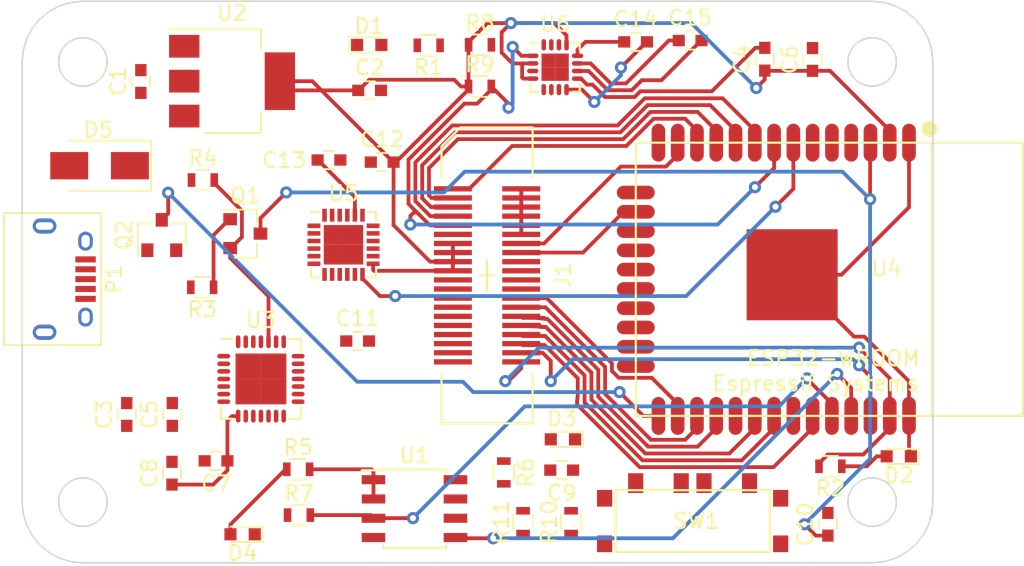
<source format=kicad_pcb>
(kicad_pcb (version 20170123) (host pcbnew no-vcs-found-2f730ca~58~ubuntu16.04.1)

  (general
    (links 140)
    (no_connects 140)
    (area 113.82398 70.5279 185.46094 108.73758)
    (thickness 1.6)
    (drawings 164)
    (tracks 345)
    (zones 0)
    (modules 42)
    (nets 45)
  )

  (page A4)
  (layers
    (0 F.Cu signal)
    (31 B.Cu signal)
    (32 B.Adhes user)
    (33 F.Adhes user)
    (34 B.Paste user)
    (35 F.Paste user)
    (36 B.SilkS user)
    (37 F.SilkS user)
    (38 B.Mask user)
    (39 F.Mask user)
    (40 Dwgs.User user)
    (41 Cmts.User user)
    (42 Eco1.User user)
    (43 Eco2.User user)
    (44 Edge.Cuts user)
    (45 Margin user)
    (46 B.CrtYd user)
    (47 F.CrtYd user)
    (48 B.Fab user)
    (49 F.Fab user hide)
  )

  (setup
    (last_trace_width 0.25)
    (trace_clearance 0.2)
    (zone_clearance 0.508)
    (zone_45_only no)
    (trace_min 0.2)
    (segment_width 0.2)
    (edge_width 0.1)
    (via_size 0.8)
    (via_drill 0.4)
    (via_min_size 0.4)
    (via_min_drill 0.3)
    (uvia_size 0.3)
    (uvia_drill 0.1)
    (uvias_allowed no)
    (uvia_min_size 0.2)
    (uvia_min_drill 0.1)
    (pcb_text_width 0.3)
    (pcb_text_size 1.5 1.5)
    (mod_edge_width 0.15)
    (mod_text_size 1 1)
    (mod_text_width 0.15)
    (pad_size 1.5 1.5)
    (pad_drill 0.6)
    (pad_to_mask_clearance 0)
    (aux_axis_origin 0 0)
    (visible_elements FFFFEF7F)
    (pcbplotparams
      (layerselection 0x00030_ffffffff)
      (usegerberextensions false)
      (excludeedgelayer true)
      (linewidth 0.100000)
      (plotframeref false)
      (viasonmask false)
      (mode 1)
      (useauxorigin false)
      (hpglpennumber 1)
      (hpglpenspeed 20)
      (hpglpendiameter 15)
      (psnegative false)
      (psa4output false)
      (plotreference true)
      (plotvalue true)
      (plotinvisibletext false)
      (padsonsilk false)
      (subtractmaskfromsilk false)
      (outputformat 1)
      (mirror false)
      (drillshape 1)
      (scaleselection 1)
      (outputdirectory ""))
  )

  (net 0 "")
  (net 1 GND)
  (net 2 +5V)
  (net 3 +3V3)
  (net 4 "Net-(C9-Pad1)")
  (net 5 EN)
  (net 6 "Net-(D1-Pad2)")
  (net 7 "Net-(D2-Pad2)")
  (net 8 "Net-(D3-Pad2)")
  (net 9 "Net-(D4-Pad2)")
  (net 10 "Net-(D5-Pad2)")
  (net 11 IO4)
  (net 12 IO17)
  (net 13 IO16)
  (net 14 IO19)
  (net 15 IO18)
  (net 16 IO22)
  (net 17 IO21)
  (net 18 IO13)
  (net 19 IO23)
  (net 20 IO14)
  (net 21 IO25)
  (net 22 IO32)
  (net 23 IO33)
  (net 24 IO27)
  (net 25 IO26)
  (net 26 USB_DP)
  (net 27 USB_DN)
  (net 28 "Net-(Q1-Pad1)")
  (net 29 RTS)
  (net 30 IO0)
  (net 31 DTR)
  (net 32 "Net-(Q2-Pad1)")
  (net 33 "Net-(R5-Pad2)")
  (net 34 "Net-(R6-Pad2)")
  (net 35 "Net-(R7-Pad1)")
  (net 36 TXD)
  (net 37 RXD)
  (net 38 IO12)
  (net 39 IO35)
  (net 40 "Net-(C11-Pad2)")
  (net 41 "Net-(C13-Pad2)")
  (net 42 "Net-(C14-Pad1)")
  (net 43 "Net-(C14-Pad2)")
  (net 44 "Net-(C15-Pad2)")

  (net_class Default "This is the default net class."
    (clearance 0.2)
    (trace_width 0.25)
    (via_dia 0.8)
    (via_drill 0.4)
    (uvia_dia 0.3)
    (uvia_drill 0.1)
    (add_net +3V3)
    (add_net +5V)
    (add_net DTR)
    (add_net EN)
    (add_net GND)
    (add_net IO0)
    (add_net IO12)
    (add_net IO13)
    (add_net IO14)
    (add_net IO16)
    (add_net IO17)
    (add_net IO18)
    (add_net IO19)
    (add_net IO21)
    (add_net IO22)
    (add_net IO23)
    (add_net IO25)
    (add_net IO26)
    (add_net IO27)
    (add_net IO32)
    (add_net IO33)
    (add_net IO35)
    (add_net IO4)
    (add_net "Net-(C11-Pad2)")
    (add_net "Net-(C13-Pad2)")
    (add_net "Net-(C14-Pad1)")
    (add_net "Net-(C14-Pad2)")
    (add_net "Net-(C15-Pad2)")
    (add_net "Net-(C9-Pad1)")
    (add_net "Net-(D1-Pad2)")
    (add_net "Net-(D2-Pad2)")
    (add_net "Net-(D3-Pad2)")
    (add_net "Net-(D4-Pad2)")
    (add_net "Net-(D5-Pad2)")
    (add_net "Net-(Q1-Pad1)")
    (add_net "Net-(Q2-Pad1)")
    (add_net "Net-(R5-Pad2)")
    (add_net "Net-(R6-Pad2)")
    (add_net "Net-(R7-Pad1)")
    (add_net RTS)
    (add_net RXD)
    (add_net TXD)
    (add_net USB_DN)
    (add_net USB_DP)
  )

  (module Capacitors_SMD:C_0603 (layer F.Cu) (tedit 58AA844E) (tstamp 58C5CFA9)
    (at 124.78512 76.00696 90)
    (descr "Capacitor SMD 0603, reflow soldering, AVX (see smccp.pdf)")
    (tags "capacitor 0603")
    (path /58962BA1)
    (attr smd)
    (fp_text reference C1 (at 0 -1.5 90) (layer F.SilkS)
      (effects (font (size 1 1) (thickness 0.15)))
    )
    (fp_text value 10uF (at 0 1.5 90) (layer F.Fab)
      (effects (font (size 1 1) (thickness 0.15)))
    )
    (fp_line (start 1.4 0.65) (end -1.4 0.65) (layer F.CrtYd) (width 0.05))
    (fp_line (start 1.4 0.65) (end 1.4 -0.65) (layer F.CrtYd) (width 0.05))
    (fp_line (start -1.4 -0.65) (end -1.4 0.65) (layer F.CrtYd) (width 0.05))
    (fp_line (start -1.4 -0.65) (end 1.4 -0.65) (layer F.CrtYd) (width 0.05))
    (fp_line (start 0.35 0.6) (end -0.35 0.6) (layer F.SilkS) (width 0.12))
    (fp_line (start -0.35 -0.6) (end 0.35 -0.6) (layer F.SilkS) (width 0.12))
    (fp_line (start -0.8 -0.4) (end 0.8 -0.4) (layer F.Fab) (width 0.1))
    (fp_line (start 0.8 -0.4) (end 0.8 0.4) (layer F.Fab) (width 0.1))
    (fp_line (start 0.8 0.4) (end -0.8 0.4) (layer F.Fab) (width 0.1))
    (fp_line (start -0.8 0.4) (end -0.8 -0.4) (layer F.Fab) (width 0.1))
    (fp_text user %R (at 0 -1.5 90) (layer F.Fab)
      (effects (font (size 1 1) (thickness 0.15)))
    )
    (pad 2 smd rect (at 0.75 0 90) (size 0.8 0.75) (layers F.Cu F.Paste F.Mask)
      (net 1 GND))
    (pad 1 smd rect (at -0.75 0 90) (size 0.8 0.75) (layers F.Cu F.Paste F.Mask)
      (net 2 +5V))
    (model Capacitors_SMD.3dshapes/C_0603.wrl
      (at (xyz 0 0 0))
      (scale (xyz 1 1 1))
      (rotate (xyz 0 0 0))
    )
  )

  (module Capacitors_SMD:C_0603 (layer F.Cu) (tedit 58AA844E) (tstamp 58C5CFAF)
    (at 139.85748 76.59116)
    (descr "Capacitor SMD 0603, reflow soldering, AVX (see smccp.pdf)")
    (tags "capacitor 0603")
    (path /58966607)
    (attr smd)
    (fp_text reference C2 (at 0 -1.5) (layer F.SilkS)
      (effects (font (size 1 1) (thickness 0.15)))
    )
    (fp_text value 10uF (at 0 1.5) (layer F.Fab)
      (effects (font (size 1 1) (thickness 0.15)))
    )
    (fp_text user %R (at 0 -1.5) (layer F.Fab)
      (effects (font (size 1 1) (thickness 0.15)))
    )
    (fp_line (start -0.8 0.4) (end -0.8 -0.4) (layer F.Fab) (width 0.1))
    (fp_line (start 0.8 0.4) (end -0.8 0.4) (layer F.Fab) (width 0.1))
    (fp_line (start 0.8 -0.4) (end 0.8 0.4) (layer F.Fab) (width 0.1))
    (fp_line (start -0.8 -0.4) (end 0.8 -0.4) (layer F.Fab) (width 0.1))
    (fp_line (start -0.35 -0.6) (end 0.35 -0.6) (layer F.SilkS) (width 0.12))
    (fp_line (start 0.35 0.6) (end -0.35 0.6) (layer F.SilkS) (width 0.12))
    (fp_line (start -1.4 -0.65) (end 1.4 -0.65) (layer F.CrtYd) (width 0.05))
    (fp_line (start -1.4 -0.65) (end -1.4 0.65) (layer F.CrtYd) (width 0.05))
    (fp_line (start 1.4 0.65) (end 1.4 -0.65) (layer F.CrtYd) (width 0.05))
    (fp_line (start 1.4 0.65) (end -1.4 0.65) (layer F.CrtYd) (width 0.05))
    (pad 1 smd rect (at -0.75 0) (size 0.8 0.75) (layers F.Cu F.Paste F.Mask)
      (net 3 +3V3))
    (pad 2 smd rect (at 0.75 0) (size 0.8 0.75) (layers F.Cu F.Paste F.Mask)
      (net 1 GND))
    (model Capacitors_SMD.3dshapes/C_0603.wrl
      (at (xyz 0 0 0))
      (scale (xyz 1 1 1))
      (rotate (xyz 0 0 0))
    )
  )

  (module Capacitors_SMD:C_0603 (layer F.Cu) (tedit 58AA844E) (tstamp 58C5CFB5)
    (at 123.85548 97.9424 90)
    (descr "Capacitor SMD 0603, reflow soldering, AVX (see smccp.pdf)")
    (tags "capacitor 0603")
    (path /58950185)
    (attr smd)
    (fp_text reference C3 (at 0 -1.5 90) (layer F.SilkS)
      (effects (font (size 1 1) (thickness 0.15)))
    )
    (fp_text value 10uF (at 0 1.5 90) (layer F.Fab)
      (effects (font (size 1 1) (thickness 0.15)))
    )
    (fp_line (start 1.4 0.65) (end -1.4 0.65) (layer F.CrtYd) (width 0.05))
    (fp_line (start 1.4 0.65) (end 1.4 -0.65) (layer F.CrtYd) (width 0.05))
    (fp_line (start -1.4 -0.65) (end -1.4 0.65) (layer F.CrtYd) (width 0.05))
    (fp_line (start -1.4 -0.65) (end 1.4 -0.65) (layer F.CrtYd) (width 0.05))
    (fp_line (start 0.35 0.6) (end -0.35 0.6) (layer F.SilkS) (width 0.12))
    (fp_line (start -0.35 -0.6) (end 0.35 -0.6) (layer F.SilkS) (width 0.12))
    (fp_line (start -0.8 -0.4) (end 0.8 -0.4) (layer F.Fab) (width 0.1))
    (fp_line (start 0.8 -0.4) (end 0.8 0.4) (layer F.Fab) (width 0.1))
    (fp_line (start 0.8 0.4) (end -0.8 0.4) (layer F.Fab) (width 0.1))
    (fp_line (start -0.8 0.4) (end -0.8 -0.4) (layer F.Fab) (width 0.1))
    (fp_text user %R (at 0 -1.5 90) (layer F.Fab)
      (effects (font (size 1 1) (thickness 0.15)))
    )
    (pad 2 smd rect (at 0.75 0 90) (size 0.8 0.75) (layers F.Cu F.Paste F.Mask)
      (net 1 GND))
    (pad 1 smd rect (at -0.75 0 90) (size 0.8 0.75) (layers F.Cu F.Paste F.Mask)
      (net 3 +3V3))
    (model Capacitors_SMD.3dshapes/C_0603.wrl
      (at (xyz 0 0 0))
      (scale (xyz 1 1 1))
      (rotate (xyz 0 0 0))
    )
  )

  (module Capacitors_SMD:C_0603 (layer F.Cu) (tedit 58AA844E) (tstamp 58C5CFBB)
    (at 165.89248 74.53884 90)
    (descr "Capacitor SMD 0603, reflow soldering, AVX (see smccp.pdf)")
    (tags "capacitor 0603")
    (path /589455FB)
    (attr smd)
    (fp_text reference C4 (at 0 -1.5 90) (layer F.SilkS)
      (effects (font (size 1 1) (thickness 0.15)))
    )
    (fp_text value 100uF (at 0 1.5 90) (layer F.Fab)
      (effects (font (size 1 1) (thickness 0.15)))
    )
    (fp_line (start 1.4 0.65) (end -1.4 0.65) (layer F.CrtYd) (width 0.05))
    (fp_line (start 1.4 0.65) (end 1.4 -0.65) (layer F.CrtYd) (width 0.05))
    (fp_line (start -1.4 -0.65) (end -1.4 0.65) (layer F.CrtYd) (width 0.05))
    (fp_line (start -1.4 -0.65) (end 1.4 -0.65) (layer F.CrtYd) (width 0.05))
    (fp_line (start 0.35 0.6) (end -0.35 0.6) (layer F.SilkS) (width 0.12))
    (fp_line (start -0.35 -0.6) (end 0.35 -0.6) (layer F.SilkS) (width 0.12))
    (fp_line (start -0.8 -0.4) (end 0.8 -0.4) (layer F.Fab) (width 0.1))
    (fp_line (start 0.8 -0.4) (end 0.8 0.4) (layer F.Fab) (width 0.1))
    (fp_line (start 0.8 0.4) (end -0.8 0.4) (layer F.Fab) (width 0.1))
    (fp_line (start -0.8 0.4) (end -0.8 -0.4) (layer F.Fab) (width 0.1))
    (fp_text user %R (at 0 -1.5 90) (layer F.Fab)
      (effects (font (size 1 1) (thickness 0.15)))
    )
    (pad 2 smd rect (at 0.75 0 90) (size 0.8 0.75) (layers F.Cu F.Paste F.Mask)
      (net 1 GND))
    (pad 1 smd rect (at -0.75 0 90) (size 0.8 0.75) (layers F.Cu F.Paste F.Mask)
      (net 3 +3V3))
    (model Capacitors_SMD.3dshapes/C_0603.wrl
      (at (xyz 0 0 0))
      (scale (xyz 1 1 1))
      (rotate (xyz 0 0 0))
    )
  )

  (module Capacitors_SMD:C_0603 (layer F.Cu) (tedit 58AA844E) (tstamp 58C5CFC1)
    (at 126.85776 97.9424 90)
    (descr "Capacitor SMD 0603, reflow soldering, AVX (see smccp.pdf)")
    (tags "capacitor 0603")
    (path /5895017F)
    (attr smd)
    (fp_text reference C5 (at 0 -1.5 90) (layer F.SilkS)
      (effects (font (size 1 1) (thickness 0.15)))
    )
    (fp_text value 0.1uF (at 0 1.5 90) (layer F.Fab)
      (effects (font (size 1 1) (thickness 0.15)))
    )
    (fp_text user %R (at 0 -1.5 90) (layer F.Fab)
      (effects (font (size 1 1) (thickness 0.15)))
    )
    (fp_line (start -0.8 0.4) (end -0.8 -0.4) (layer F.Fab) (width 0.1))
    (fp_line (start 0.8 0.4) (end -0.8 0.4) (layer F.Fab) (width 0.1))
    (fp_line (start 0.8 -0.4) (end 0.8 0.4) (layer F.Fab) (width 0.1))
    (fp_line (start -0.8 -0.4) (end 0.8 -0.4) (layer F.Fab) (width 0.1))
    (fp_line (start -0.35 -0.6) (end 0.35 -0.6) (layer F.SilkS) (width 0.12))
    (fp_line (start 0.35 0.6) (end -0.35 0.6) (layer F.SilkS) (width 0.12))
    (fp_line (start -1.4 -0.65) (end 1.4 -0.65) (layer F.CrtYd) (width 0.05))
    (fp_line (start -1.4 -0.65) (end -1.4 0.65) (layer F.CrtYd) (width 0.05))
    (fp_line (start 1.4 0.65) (end 1.4 -0.65) (layer F.CrtYd) (width 0.05))
    (fp_line (start 1.4 0.65) (end -1.4 0.65) (layer F.CrtYd) (width 0.05))
    (pad 1 smd rect (at -0.75 0 90) (size 0.8 0.75) (layers F.Cu F.Paste F.Mask)
      (net 3 +3V3))
    (pad 2 smd rect (at 0.75 0 90) (size 0.8 0.75) (layers F.Cu F.Paste F.Mask)
      (net 1 GND))
    (model Capacitors_SMD.3dshapes/C_0603.wrl
      (at (xyz 0 0 0))
      (scale (xyz 1 1 1))
      (rotate (xyz 0 0 0))
    )
  )

  (module Capacitors_SMD:C_0603 (layer F.Cu) (tedit 58AA844E) (tstamp 58C5CFC7)
    (at 169.03516 74.55408 90)
    (descr "Capacitor SMD 0603, reflow soldering, AVX (see smccp.pdf)")
    (tags "capacitor 0603")
    (path /58945389)
    (attr smd)
    (fp_text reference C6 (at 0 -1.5 90) (layer F.SilkS)
      (effects (font (size 1 1) (thickness 0.15)))
    )
    (fp_text value 1uF (at 0 1.5 90) (layer F.Fab)
      (effects (font (size 1 1) (thickness 0.15)))
    )
    (fp_text user %R (at 0 -1.5 90) (layer F.Fab)
      (effects (font (size 1 1) (thickness 0.15)))
    )
    (fp_line (start -0.8 0.4) (end -0.8 -0.4) (layer F.Fab) (width 0.1))
    (fp_line (start 0.8 0.4) (end -0.8 0.4) (layer F.Fab) (width 0.1))
    (fp_line (start 0.8 -0.4) (end 0.8 0.4) (layer F.Fab) (width 0.1))
    (fp_line (start -0.8 -0.4) (end 0.8 -0.4) (layer F.Fab) (width 0.1))
    (fp_line (start -0.35 -0.6) (end 0.35 -0.6) (layer F.SilkS) (width 0.12))
    (fp_line (start 0.35 0.6) (end -0.35 0.6) (layer F.SilkS) (width 0.12))
    (fp_line (start -1.4 -0.65) (end 1.4 -0.65) (layer F.CrtYd) (width 0.05))
    (fp_line (start -1.4 -0.65) (end -1.4 0.65) (layer F.CrtYd) (width 0.05))
    (fp_line (start 1.4 0.65) (end 1.4 -0.65) (layer F.CrtYd) (width 0.05))
    (fp_line (start 1.4 0.65) (end -1.4 0.65) (layer F.CrtYd) (width 0.05))
    (pad 1 smd rect (at -0.75 0 90) (size 0.8 0.75) (layers F.Cu F.Paste F.Mask)
      (net 3 +3V3))
    (pad 2 smd rect (at 0.75 0 90) (size 0.8 0.75) (layers F.Cu F.Paste F.Mask)
      (net 1 GND))
    (model Capacitors_SMD.3dshapes/C_0603.wrl
      (at (xyz 0 0 0))
      (scale (xyz 1 1 1))
      (rotate (xyz 0 0 0))
    )
  )

  (module Capacitors_SMD:C_0603 (layer F.Cu) (tedit 58AA844E) (tstamp 58C5CFCD)
    (at 129.73812 101.00056 180)
    (descr "Capacitor SMD 0603, reflow soldering, AVX (see smccp.pdf)")
    (tags "capacitor 0603")
    (path /58951A89)
    (attr smd)
    (fp_text reference C7 (at 0 -1.5 180) (layer F.SilkS)
      (effects (font (size 1 1) (thickness 0.15)))
    )
    (fp_text value 10uF (at 0 1.5 180) (layer F.Fab)
      (effects (font (size 1 1) (thickness 0.15)))
    )
    (fp_text user %R (at 0 -1.5 180) (layer F.Fab)
      (effects (font (size 1 1) (thickness 0.15)))
    )
    (fp_line (start -0.8 0.4) (end -0.8 -0.4) (layer F.Fab) (width 0.1))
    (fp_line (start 0.8 0.4) (end -0.8 0.4) (layer F.Fab) (width 0.1))
    (fp_line (start 0.8 -0.4) (end 0.8 0.4) (layer F.Fab) (width 0.1))
    (fp_line (start -0.8 -0.4) (end 0.8 -0.4) (layer F.Fab) (width 0.1))
    (fp_line (start -0.35 -0.6) (end 0.35 -0.6) (layer F.SilkS) (width 0.12))
    (fp_line (start 0.35 0.6) (end -0.35 0.6) (layer F.SilkS) (width 0.12))
    (fp_line (start -1.4 -0.65) (end 1.4 -0.65) (layer F.CrtYd) (width 0.05))
    (fp_line (start -1.4 -0.65) (end -1.4 0.65) (layer F.CrtYd) (width 0.05))
    (fp_line (start 1.4 0.65) (end 1.4 -0.65) (layer F.CrtYd) (width 0.05))
    (fp_line (start 1.4 0.65) (end -1.4 0.65) (layer F.CrtYd) (width 0.05))
    (pad 1 smd rect (at -0.75 0 180) (size 0.8 0.75) (layers F.Cu F.Paste F.Mask)
      (net 2 +5V))
    (pad 2 smd rect (at 0.75 0 180) (size 0.8 0.75) (layers F.Cu F.Paste F.Mask)
      (net 1 GND))
    (model Capacitors_SMD.3dshapes/C_0603.wrl
      (at (xyz 0 0 0))
      (scale (xyz 1 1 1))
      (rotate (xyz 0 0 0))
    )
  )

  (module Capacitors_SMD:C_0603 (layer F.Cu) (tedit 58AA844E) (tstamp 58C5CFD3)
    (at 126.83744 101.81336 90)
    (descr "Capacitor SMD 0603, reflow soldering, AVX (see smccp.pdf)")
    (tags "capacitor 0603")
    (path /58951B2C)
    (attr smd)
    (fp_text reference C8 (at 0 -1.5 90) (layer F.SilkS)
      (effects (font (size 1 1) (thickness 0.15)))
    )
    (fp_text value 0.1uF (at 0 1.5 90) (layer F.Fab)
      (effects (font (size 1 1) (thickness 0.15)))
    )
    (fp_line (start 1.4 0.65) (end -1.4 0.65) (layer F.CrtYd) (width 0.05))
    (fp_line (start 1.4 0.65) (end 1.4 -0.65) (layer F.CrtYd) (width 0.05))
    (fp_line (start -1.4 -0.65) (end -1.4 0.65) (layer F.CrtYd) (width 0.05))
    (fp_line (start -1.4 -0.65) (end 1.4 -0.65) (layer F.CrtYd) (width 0.05))
    (fp_line (start 0.35 0.6) (end -0.35 0.6) (layer F.SilkS) (width 0.12))
    (fp_line (start -0.35 -0.6) (end 0.35 -0.6) (layer F.SilkS) (width 0.12))
    (fp_line (start -0.8 -0.4) (end 0.8 -0.4) (layer F.Fab) (width 0.1))
    (fp_line (start 0.8 -0.4) (end 0.8 0.4) (layer F.Fab) (width 0.1))
    (fp_line (start 0.8 0.4) (end -0.8 0.4) (layer F.Fab) (width 0.1))
    (fp_line (start -0.8 0.4) (end -0.8 -0.4) (layer F.Fab) (width 0.1))
    (fp_text user %R (at 0 -1.5 90) (layer F.Fab)
      (effects (font (size 1 1) (thickness 0.15)))
    )
    (pad 2 smd rect (at 0.75 0 90) (size 0.8 0.75) (layers F.Cu F.Paste F.Mask)
      (net 1 GND))
    (pad 1 smd rect (at -0.75 0 90) (size 0.8 0.75) (layers F.Cu F.Paste F.Mask)
      (net 2 +5V))
    (model Capacitors_SMD.3dshapes/C_0603.wrl
      (at (xyz 0 0 0))
      (scale (xyz 1 1 1))
      (rotate (xyz 0 0 0))
    )
  )

  (module Capacitors_SMD:C_0603 (layer F.Cu) (tedit 58AA844E) (tstamp 58C5CFD9)
    (at 152.50922 101.61016 180)
    (descr "Capacitor SMD 0603, reflow soldering, AVX (see smccp.pdf)")
    (tags "capacitor 0603")
    (path /5894B455)
    (attr smd)
    (fp_text reference C9 (at 0 -1.5 180) (layer F.SilkS)
      (effects (font (size 1 1) (thickness 0.15)))
    )
    (fp_text value 1nF (at 0 1.5 180) (layer F.Fab)
      (effects (font (size 1 1) (thickness 0.15)))
    )
    (fp_line (start 1.4 0.65) (end -1.4 0.65) (layer F.CrtYd) (width 0.05))
    (fp_line (start 1.4 0.65) (end 1.4 -0.65) (layer F.CrtYd) (width 0.05))
    (fp_line (start -1.4 -0.65) (end -1.4 0.65) (layer F.CrtYd) (width 0.05))
    (fp_line (start -1.4 -0.65) (end 1.4 -0.65) (layer F.CrtYd) (width 0.05))
    (fp_line (start 0.35 0.6) (end -0.35 0.6) (layer F.SilkS) (width 0.12))
    (fp_line (start -0.35 -0.6) (end 0.35 -0.6) (layer F.SilkS) (width 0.12))
    (fp_line (start -0.8 -0.4) (end 0.8 -0.4) (layer F.Fab) (width 0.1))
    (fp_line (start 0.8 -0.4) (end 0.8 0.4) (layer F.Fab) (width 0.1))
    (fp_line (start 0.8 0.4) (end -0.8 0.4) (layer F.Fab) (width 0.1))
    (fp_line (start -0.8 0.4) (end -0.8 -0.4) (layer F.Fab) (width 0.1))
    (fp_text user %R (at 0 -1.5 180) (layer F.Fab)
      (effects (font (size 1 1) (thickness 0.15)))
    )
    (pad 2 smd rect (at 0.75 0 180) (size 0.8 0.75) (layers F.Cu F.Paste F.Mask)
      (net 1 GND))
    (pad 1 smd rect (at -0.75 0 180) (size 0.8 0.75) (layers F.Cu F.Paste F.Mask)
      (net 4 "Net-(C9-Pad1)"))
    (model Capacitors_SMD.3dshapes/C_0603.wrl
      (at (xyz 0 0 0))
      (scale (xyz 1 1 1))
      (rotate (xyz 0 0 0))
    )
  )

  (module Capacitors_SMD:C_0603 (layer F.Cu) (tedit 58AA844E) (tstamp 58C5CFDF)
    (at 170.04792 105.17632 90)
    (descr "Capacitor SMD 0603, reflow soldering, AVX (see smccp.pdf)")
    (tags "capacitor 0603")
    (path /58947803)
    (attr smd)
    (fp_text reference C10 (at 0 -1.5 90) (layer F.SilkS)
      (effects (font (size 1 1) (thickness 0.15)))
    )
    (fp_text value 1nF (at 0 1.5 90) (layer F.Fab)
      (effects (font (size 1 1) (thickness 0.15)))
    )
    (fp_text user %R (at 0 -1.5 90) (layer F.Fab)
      (effects (font (size 1 1) (thickness 0.15)))
    )
    (fp_line (start -0.8 0.4) (end -0.8 -0.4) (layer F.Fab) (width 0.1))
    (fp_line (start 0.8 0.4) (end -0.8 0.4) (layer F.Fab) (width 0.1))
    (fp_line (start 0.8 -0.4) (end 0.8 0.4) (layer F.Fab) (width 0.1))
    (fp_line (start -0.8 -0.4) (end 0.8 -0.4) (layer F.Fab) (width 0.1))
    (fp_line (start -0.35 -0.6) (end 0.35 -0.6) (layer F.SilkS) (width 0.12))
    (fp_line (start 0.35 0.6) (end -0.35 0.6) (layer F.SilkS) (width 0.12))
    (fp_line (start -1.4 -0.65) (end 1.4 -0.65) (layer F.CrtYd) (width 0.05))
    (fp_line (start -1.4 -0.65) (end -1.4 0.65) (layer F.CrtYd) (width 0.05))
    (fp_line (start 1.4 0.65) (end 1.4 -0.65) (layer F.CrtYd) (width 0.05))
    (fp_line (start 1.4 0.65) (end -1.4 0.65) (layer F.CrtYd) (width 0.05))
    (pad 1 smd rect (at -0.75 0 90) (size 0.8 0.75) (layers F.Cu F.Paste F.Mask)
      (net 5 EN))
    (pad 2 smd rect (at 0.75 0 90) (size 0.8 0.75) (layers F.Cu F.Paste F.Mask)
      (net 1 GND))
    (model Capacitors_SMD.3dshapes/C_0603.wrl
      (at (xyz 0 0 0))
      (scale (xyz 1 1 1))
      (rotate (xyz 0 0 0))
    )
  )

  (module LEDs:LED_0603 (layer F.Cu) (tedit 57FE93A5) (tstamp 58C5CFE5)
    (at 139.83208 73.59904)
    (descr "LED 0603 smd package")
    (tags "LED led 0603 SMD smd SMT smt smdled SMDLED smtled SMTLED")
    (path /58962246)
    (attr smd)
    (fp_text reference D1 (at 0 -1.25) (layer F.SilkS)
      (effects (font (size 1 1) (thickness 0.15)))
    )
    (fp_text value "RED LED" (at 0 1.35) (layer F.Fab)
      (effects (font (size 1 1) (thickness 0.15)))
    )
    (fp_line (start -1.45 -0.65) (end 1.45 -0.65) (layer F.CrtYd) (width 0.05))
    (fp_line (start -1.45 0.65) (end -1.45 -0.65) (layer F.CrtYd) (width 0.05))
    (fp_line (start 1.45 0.65) (end -1.45 0.65) (layer F.CrtYd) (width 0.05))
    (fp_line (start 1.45 -0.65) (end 1.45 0.65) (layer F.CrtYd) (width 0.05))
    (fp_line (start -1.3 -0.5) (end 0.8 -0.5) (layer F.SilkS) (width 0.12))
    (fp_line (start -1.3 0.5) (end 0.8 0.5) (layer F.SilkS) (width 0.12))
    (fp_line (start -0.8 0.4) (end -0.8 -0.4) (layer F.Fab) (width 0.1))
    (fp_line (start -0.8 -0.4) (end 0.8 -0.4) (layer F.Fab) (width 0.1))
    (fp_line (start 0.8 -0.4) (end 0.8 0.4) (layer F.Fab) (width 0.1))
    (fp_line (start 0.8 0.4) (end -0.8 0.4) (layer F.Fab) (width 0.1))
    (fp_line (start 0.15 -0.2) (end 0.15 0.2) (layer F.Fab) (width 0.1))
    (fp_line (start 0.15 0.2) (end -0.15 0) (layer F.Fab) (width 0.1))
    (fp_line (start -0.15 0) (end 0.15 -0.2) (layer F.Fab) (width 0.1))
    (fp_line (start -0.2 -0.2) (end -0.2 0.2) (layer F.Fab) (width 0.1))
    (fp_line (start -1.3 -0.5) (end -1.3 0.5) (layer F.SilkS) (width 0.12))
    (pad 1 smd rect (at -0.8 0 180) (size 0.8 0.8) (layers F.Cu F.Paste F.Mask)
      (net 1 GND))
    (pad 2 smd rect (at 0.8 0 180) (size 0.8 0.8) (layers F.Cu F.Paste F.Mask)
      (net 6 "Net-(D1-Pad2)"))
    (model LEDs.3dshapes/LED_0603.wrl
      (at (xyz 0 0 0))
      (scale (xyz 1 1 1))
      (rotate (xyz 0 0 180))
    )
  )

  (module LEDs:LED_0603 (layer F.Cu) (tedit 57FE93A5) (tstamp 58C5CFEB)
    (at 174.71888 100.70084 180)
    (descr "LED 0603 smd package")
    (tags "LED led 0603 SMD smd SMT smt smdled SMDLED smtled SMTLED")
    (path /589FED00)
    (attr smd)
    (fp_text reference D2 (at 0 -1.25 180) (layer F.SilkS)
      (effects (font (size 1 1) (thickness 0.15)))
    )
    (fp_text value LED (at 0 1.35 180) (layer F.Fab)
      (effects (font (size 1 1) (thickness 0.15)))
    )
    (fp_line (start -1.3 -0.5) (end -1.3 0.5) (layer F.SilkS) (width 0.12))
    (fp_line (start -0.2 -0.2) (end -0.2 0.2) (layer F.Fab) (width 0.1))
    (fp_line (start -0.15 0) (end 0.15 -0.2) (layer F.Fab) (width 0.1))
    (fp_line (start 0.15 0.2) (end -0.15 0) (layer F.Fab) (width 0.1))
    (fp_line (start 0.15 -0.2) (end 0.15 0.2) (layer F.Fab) (width 0.1))
    (fp_line (start 0.8 0.4) (end -0.8 0.4) (layer F.Fab) (width 0.1))
    (fp_line (start 0.8 -0.4) (end 0.8 0.4) (layer F.Fab) (width 0.1))
    (fp_line (start -0.8 -0.4) (end 0.8 -0.4) (layer F.Fab) (width 0.1))
    (fp_line (start -0.8 0.4) (end -0.8 -0.4) (layer F.Fab) (width 0.1))
    (fp_line (start -1.3 0.5) (end 0.8 0.5) (layer F.SilkS) (width 0.12))
    (fp_line (start -1.3 -0.5) (end 0.8 -0.5) (layer F.SilkS) (width 0.12))
    (fp_line (start 1.45 -0.65) (end 1.45 0.65) (layer F.CrtYd) (width 0.05))
    (fp_line (start 1.45 0.65) (end -1.45 0.65) (layer F.CrtYd) (width 0.05))
    (fp_line (start -1.45 0.65) (end -1.45 -0.65) (layer F.CrtYd) (width 0.05))
    (fp_line (start -1.45 -0.65) (end 1.45 -0.65) (layer F.CrtYd) (width 0.05))
    (pad 2 smd rect (at 0.8 0) (size 0.8 0.8) (layers F.Cu F.Paste F.Mask)
      (net 7 "Net-(D2-Pad2)"))
    (pad 1 smd rect (at -0.8 0) (size 0.8 0.8) (layers F.Cu F.Paste F.Mask)
      (net 1 GND))
    (model LEDs.3dshapes/LED_0603.wrl
      (at (xyz 0 0 0))
      (scale (xyz 1 1 1))
      (rotate (xyz 0 0 180))
    )
  )

  (module LEDs:LED_0603 (layer F.Cu) (tedit 57FE93A5) (tstamp 58C5CFF1)
    (at 152.59304 99.5807 180)
    (descr "LED 0603 smd package")
    (tags "LED led 0603 SMD smd SMT smt smdled SMDLED smtled SMTLED")
    (path /58939127)
    (attr smd)
    (fp_text reference D3 (at 0.07112 1.36652 180) (layer F.SilkS)
      (effects (font (size 1 1) (thickness 0.15)))
    )
    (fp_text value RXLED (at 0 1.35 180) (layer F.Fab)
      (effects (font (size 1 1) (thickness 0.15)))
    )
    (fp_line (start -1.3 -0.5) (end -1.3 0.5) (layer F.SilkS) (width 0.12))
    (fp_line (start -0.2 -0.2) (end -0.2 0.2) (layer F.Fab) (width 0.1))
    (fp_line (start -0.15 0) (end 0.15 -0.2) (layer F.Fab) (width 0.1))
    (fp_line (start 0.15 0.2) (end -0.15 0) (layer F.Fab) (width 0.1))
    (fp_line (start 0.15 -0.2) (end 0.15 0.2) (layer F.Fab) (width 0.1))
    (fp_line (start 0.8 0.4) (end -0.8 0.4) (layer F.Fab) (width 0.1))
    (fp_line (start 0.8 -0.4) (end 0.8 0.4) (layer F.Fab) (width 0.1))
    (fp_line (start -0.8 -0.4) (end 0.8 -0.4) (layer F.Fab) (width 0.1))
    (fp_line (start -0.8 0.4) (end -0.8 -0.4) (layer F.Fab) (width 0.1))
    (fp_line (start -1.3 0.5) (end 0.8 0.5) (layer F.SilkS) (width 0.12))
    (fp_line (start -1.3 -0.5) (end 0.8 -0.5) (layer F.SilkS) (width 0.12))
    (fp_line (start 1.45 -0.65) (end 1.45 0.65) (layer F.CrtYd) (width 0.05))
    (fp_line (start 1.45 0.65) (end -1.45 0.65) (layer F.CrtYd) (width 0.05))
    (fp_line (start -1.45 0.65) (end -1.45 -0.65) (layer F.CrtYd) (width 0.05))
    (fp_line (start -1.45 -0.65) (end 1.45 -0.65) (layer F.CrtYd) (width 0.05))
    (pad 2 smd rect (at 0.8 0) (size 0.8 0.8) (layers F.Cu F.Paste F.Mask)
      (net 8 "Net-(D3-Pad2)"))
    (pad 1 smd rect (at -0.8 0) (size 0.8 0.8) (layers F.Cu F.Paste F.Mask)
      (net 1 GND))
    (model LEDs.3dshapes/LED_0603.wrl
      (at (xyz 0 0 0))
      (scale (xyz 1 1 1))
      (rotate (xyz 0 0 180))
    )
  )

  (module LEDs:LED_0603 (layer F.Cu) (tedit 57FE93A5) (tstamp 58C5CFF7)
    (at 131.49072 105.83672 180)
    (descr "LED 0603 smd package")
    (tags "LED led 0603 SMD smd SMT smt smdled SMDLED smtled SMTLED")
    (path /589391B9)
    (attr smd)
    (fp_text reference D4 (at 0 -1.25 180) (layer F.SilkS)
      (effects (font (size 1 1) (thickness 0.15)))
    )
    (fp_text value TXLED (at 0 1.35 180) (layer F.Fab)
      (effects (font (size 1 1) (thickness 0.15)))
    )
    (fp_line (start -1.45 -0.65) (end 1.45 -0.65) (layer F.CrtYd) (width 0.05))
    (fp_line (start -1.45 0.65) (end -1.45 -0.65) (layer F.CrtYd) (width 0.05))
    (fp_line (start 1.45 0.65) (end -1.45 0.65) (layer F.CrtYd) (width 0.05))
    (fp_line (start 1.45 -0.65) (end 1.45 0.65) (layer F.CrtYd) (width 0.05))
    (fp_line (start -1.3 -0.5) (end 0.8 -0.5) (layer F.SilkS) (width 0.12))
    (fp_line (start -1.3 0.5) (end 0.8 0.5) (layer F.SilkS) (width 0.12))
    (fp_line (start -0.8 0.4) (end -0.8 -0.4) (layer F.Fab) (width 0.1))
    (fp_line (start -0.8 -0.4) (end 0.8 -0.4) (layer F.Fab) (width 0.1))
    (fp_line (start 0.8 -0.4) (end 0.8 0.4) (layer F.Fab) (width 0.1))
    (fp_line (start 0.8 0.4) (end -0.8 0.4) (layer F.Fab) (width 0.1))
    (fp_line (start 0.15 -0.2) (end 0.15 0.2) (layer F.Fab) (width 0.1))
    (fp_line (start 0.15 0.2) (end -0.15 0) (layer F.Fab) (width 0.1))
    (fp_line (start -0.15 0) (end 0.15 -0.2) (layer F.Fab) (width 0.1))
    (fp_line (start -0.2 -0.2) (end -0.2 0.2) (layer F.Fab) (width 0.1))
    (fp_line (start -1.3 -0.5) (end -1.3 0.5) (layer F.SilkS) (width 0.12))
    (pad 1 smd rect (at -0.8 0) (size 0.8 0.8) (layers F.Cu F.Paste F.Mask)
      (net 1 GND))
    (pad 2 smd rect (at 0.8 0) (size 0.8 0.8) (layers F.Cu F.Paste F.Mask)
      (net 9 "Net-(D4-Pad2)"))
    (model LEDs.3dshapes/LED_0603.wrl
      (at (xyz 0 0 0))
      (scale (xyz 1 1 1))
      (rotate (xyz 0 0 180))
    )
  )

  (module Diodes_SMD:D_SMA_Standard (layer F.Cu) (tedit 586432E5) (tstamp 58C5CFFD)
    (at 122.0658 81.55432 180)
    (descr "Diode SMA")
    (tags "Diode SMA")
    (path /5895E8E3)
    (attr smd)
    (fp_text reference D5 (at 0.07976 2.35712 180) (layer F.SilkS)
      (effects (font (size 1 1) (thickness 0.15)))
    )
    (fp_text value "SSA33L Schottky" (at 0 4.3 180) (layer F.Fab)
      (effects (font (size 1 1) (thickness 0.15)))
    )
    (fp_line (start -3.4 -1.65) (end 2 -1.65) (layer F.SilkS) (width 0.12))
    (fp_line (start -3.4 1.65) (end 2 1.65) (layer F.SilkS) (width 0.12))
    (fp_line (start -0.64944 0.00102) (end 0.50118 -0.79908) (layer F.Fab) (width 0.1))
    (fp_line (start -0.64944 0.00102) (end 0.50118 0.75032) (layer F.Fab) (width 0.1))
    (fp_line (start 0.50118 0.75032) (end 0.50118 -0.79908) (layer F.Fab) (width 0.1))
    (fp_line (start -0.64944 -0.79908) (end -0.64944 0.80112) (layer F.Fab) (width 0.1))
    (fp_line (start 0.50118 0.00102) (end 1.4994 0.00102) (layer F.Fab) (width 0.1))
    (fp_line (start -0.64944 0.00102) (end -1.55114 0.00102) (layer F.Fab) (width 0.1))
    (fp_line (start -3.5 1.75) (end -3.5 -1.75) (layer F.CrtYd) (width 0.05))
    (fp_line (start 3.5 1.75) (end -3.5 1.75) (layer F.CrtYd) (width 0.05))
    (fp_line (start 3.5 -1.75) (end 3.5 1.75) (layer F.CrtYd) (width 0.05))
    (fp_line (start -3.5 -1.75) (end 3.5 -1.75) (layer F.CrtYd) (width 0.05))
    (fp_line (start 2.3 -1.5) (end -2.3 -1.5) (layer F.Fab) (width 0.1))
    (fp_line (start 2.3 -1.5) (end 2.3 1.5) (layer F.Fab) (width 0.1))
    (fp_line (start -2.3 1.5) (end -2.3 -1.5) (layer F.Fab) (width 0.1))
    (fp_line (start 2.3 1.5) (end -2.3 1.5) (layer F.Fab) (width 0.1))
    (fp_line (start -3.4 -1.65) (end -3.4 1.65) (layer F.SilkS) (width 0.12))
    (pad 2 smd rect (at 2 0 180) (size 2.5 1.8) (layers F.Cu F.Paste F.Mask)
      (net 10 "Net-(D5-Pad2)"))
    (pad 1 smd rect (at -2 0 180) (size 2.5 1.8) (layers F.Cu F.Paste F.Mask)
      (net 2 +5V))
    (model Diodes_SMD.3dshapes/D_SMA_Standard.wrl
      (at (xyz 0 0 0))
      (scale (xyz 0.3937 0.3937 0.3937))
      (rotate (xyz 0 0 180))
    )
  )

  (module hrs-fx8c:hrs-fx8c-40p-sv (layer F.Cu) (tedit 58C5BF5E) (tstamp 58C5D02B)
    (at 147.59476 88.77806 270)
    (path /58C50AE1)
    (fp_text reference J1 (at 0 -5 270) (layer F.SilkS)
      (effects (font (size 1 1) (thickness 0.15)))
    )
    (fp_text value CONN_02X20 (at 0 4.75 270) (layer F.Fab)
      (effects (font (size 1 1) (thickness 0.15)))
    )
    (fp_line (start 0 0) (end 0 0.5) (layer F.SilkS) (width 0.15))
    (fp_line (start 0 0) (end 0 -0.5) (layer F.SilkS) (width 0.15))
    (fp_line (start 0 0) (end -1 0) (layer F.SilkS) (width 0.15))
    (fp_line (start 0 0) (end 1 0) (layer F.SilkS) (width 0.15))
    (fp_line (start -9.75 -3) (end -9.75 1.75) (layer F.SilkS) (width 0.15))
    (fp_line (start -8.5 3) (end -9.75 1.75) (layer F.SilkS) (width 0.15))
    (fp_line (start -8.5 3) (end -6.5 3) (layer F.SilkS) (width 0.15))
    (fp_line (start -6.5 -3) (end -9.75 -3) (layer F.SilkS) (width 0.15))
    (fp_line (start 9.75 3) (end 6.5 3) (layer F.SilkS) (width 0.15))
    (fp_line (start 9.75 -3) (end 9.75 3) (layer F.SilkS) (width 0.15))
    (fp_line (start 6.5 -3) (end 9.75 -3) (layer F.SilkS) (width 0.15))
    (pad 30 smd rect (at 0.3 -2.25 270) (size 0.35 2.5) (layers F.Cu F.Paste F.Mask))
    (pad 29 smd rect (at 0.9 -2.25 270) (size 0.35 2.5) (layers F.Cu F.Paste F.Mask))
    (pad 28 smd rect (at 1.5 -2.25 270) (size 0.35 2.5) (layers F.Cu F.Paste F.Mask)
      (net 11 IO4))
    (pad 27 smd rect (at 2.1 -2.25 270) (size 0.35 2.5) (layers F.Cu F.Paste F.Mask)
      (net 13 IO16))
    (pad 26 smd rect (at 2.7 -2.25 270) (size 0.35 2.5) (layers F.Cu F.Paste F.Mask)
      (net 12 IO17))
    (pad 25 smd rect (at 3.3 -2.25 270) (size 0.35 2.5) (layers F.Cu F.Paste F.Mask)
      (net 15 IO18))
    (pad 24 smd rect (at 3.9 -2.25 270) (size 0.35 2.5) (layers F.Cu F.Paste F.Mask)
      (net 14 IO19))
    (pad 23 smd rect (at 4.5 -2.25 270) (size 0.35 2.5) (layers F.Cu F.Paste F.Mask)
      (net 17 IO21))
    (pad 22 smd rect (at 5.1 -2.25 270) (size 0.35 2.5) (layers F.Cu F.Paste F.Mask)
      (net 16 IO22))
    (pad 21 smd rect (at 5.7 -2.25 270) (size 0.35 2.5) (layers F.Cu F.Paste F.Mask)
      (net 19 IO23))
    (pad 31 smd rect (at -0.3 -2.25 270) (size 0.35 2.5) (layers F.Cu F.Paste F.Mask))
    (pad 32 smd rect (at -0.9 -2.25 270) (size 0.35 2.5) (layers F.Cu F.Paste F.Mask))
    (pad 33 smd rect (at -1.5 -2.25 270) (size 0.35 2.5) (layers F.Cu F.Paste F.Mask)
      (net 18 IO13))
    (pad 34 smd rect (at -2.1 -2.25 270) (size 0.35 2.5) (layers F.Cu F.Paste F.Mask)
      (net 20 IO14))
    (pad 35 smd rect (at -2.7 -2.25 270) (size 0.35 2.5) (layers F.Cu F.Paste F.Mask)
      (net 2 +5V))
    (pad 36 smd rect (at -3.3 -2.25 270) (size 0.35 2.5) (layers F.Cu F.Paste F.Mask)
      (net 2 +5V))
    (pad 37 smd rect (at -3.9 -2.25 270) (size 0.35 2.5) (layers F.Cu F.Paste F.Mask)
      (net 2 +5V))
    (pad 38 smd rect (at -4.5 -2.25 270) (size 0.35 2.5) (layers F.Cu F.Paste F.Mask)
      (net 2 +5V))
    (pad 39 smd rect (at -5.1 -2.25 270) (size 0.35 2.5) (layers F.Cu F.Paste F.Mask)
      (net 2 +5V))
    (pad 40 smd rect (at -5.7 -2.25 270) (size 0.35 2.5) (layers F.Cu F.Paste F.Mask)
      (net 2 +5V))
    (pad 11 smd rect (at 0.3 2.25 270) (size 0.35 2.5) (layers F.Cu F.Paste F.Mask))
    (pad 12 smd rect (at 0.9 2.25 270) (size 0.35 2.5) (layers F.Cu F.Paste F.Mask))
    (pad 13 smd rect (at 1.5 2.25 270) (size 0.35 2.5) (layers F.Cu F.Paste F.Mask))
    (pad 14 smd rect (at 2.1 2.25 270) (size 0.35 2.5) (layers F.Cu F.Paste F.Mask))
    (pad 15 smd rect (at 2.7 2.25 270) (size 0.35 2.5) (layers F.Cu F.Paste F.Mask)
      (net 1 GND))
    (pad 16 smd rect (at 3.3 2.25 270) (size 0.35 2.5) (layers F.Cu F.Paste F.Mask)
      (net 1 GND))
    (pad 17 smd rect (at 3.9 2.25 270) (size 0.35 2.5) (layers F.Cu F.Paste F.Mask)
      (net 1 GND))
    (pad 18 smd rect (at 4.5 2.25 270) (size 0.35 2.5) (layers F.Cu F.Paste F.Mask)
      (net 1 GND))
    (pad 19 smd rect (at 5.1 2.25 270) (size 0.35 2.5) (layers F.Cu F.Paste F.Mask)
      (net 1 GND))
    (pad 20 smd rect (at 5.7 2.25 270) (size 0.35 2.5) (layers F.Cu F.Paste F.Mask)
      (net 1 GND))
    (pad 10 smd rect (at -0.3 2.25 270) (size 0.35 2.5) (layers F.Cu F.Paste F.Mask)
      (net 3 +3V3))
    (pad 9 smd rect (at -0.9 2.25 270) (size 0.35 2.5) (layers F.Cu F.Paste F.Mask)
      (net 3 +3V3))
    (pad 6 smd rect (at -2.7 2.25 270) (size 0.35 2.5) (layers F.Cu F.Paste F.Mask))
    (pad 8 smd rect (at -1.5 2.25 270) (size 0.35 2.5) (layers F.Cu F.Paste F.Mask)
      (net 3 +3V3))
    (pad 7 smd rect (at -2.1 2.25 270) (size 0.35 2.5) (layers F.Cu F.Paste F.Mask)
      (net 3 +3V3))
    (pad 5 smd rect (at -3.3 2.25 270) (size 0.35 2.5) (layers F.Cu F.Paste F.Mask)
      (net 22 IO32))
    (pad 1 smd rect (at -5.7 2.25 270) (size 0.35 2.5) (layers F.Cu F.Paste F.Mask)
      (net 24 IO27))
    (pad 3 smd rect (at -4.5 2.25 270) (size 0.35 2.5) (layers F.Cu F.Paste F.Mask)
      (net 21 IO25))
    (pad 4 smd rect (at -3.9 2.25 270) (size 0.35 2.5) (layers F.Cu F.Paste F.Mask)
      (net 23 IO33))
    (pad 2 smd rect (at -5.1 2.25 270) (size 0.35 2.5) (layers F.Cu F.Paste F.Mask)
      (net 25 IO26))
    (pad "" np_thru_hole circle (at 8.1 1.5 270) (size 0.7 0.7) (drill 0.7) (layers *.Cu *.Mask F.SilkS))
    (pad "" np_thru_hole circle (at -8.1 1.5 270) (size 1.1 1.1) (drill 1.1) (layers *.Cu *.Mask F.SilkS))
    (model ../../../../../home/liknus/git/lsf-kicad-libs/hrs-fx8c.3dshapes/fx8c-60p-sv.wrl
      (at (xyz -0.484 0 -0.155))
      (scale (xyz 0.3937 0.3937 0.3937))
      (rotate (xyz -90 0 0))
    )
  )

  (module Connectors:USB_Micro-B (layer F.Cu) (tedit 5543E447) (tstamp 58C5D038)
    (at 119.79148 89.027 270)
    (descr "Micro USB Type B Receptacle")
    (tags "USB USB_B USB_micro USB_OTG")
    (path /5893902B)
    (attr smd)
    (fp_text reference P1 (at 0 -3.24 270) (layer F.SilkS)
      (effects (font (size 1 1) (thickness 0.15)))
    )
    (fp_text value USB_OTG (at 0 5.01 270) (layer F.Fab)
      (effects (font (size 1 1) (thickness 0.15)))
    )
    (fp_line (start -4.35 4.03) (end -4.35 -2.38) (layer F.SilkS) (width 0.12))
    (fp_line (start 4.35 2.8) (end -4.35 2.8) (layer F.SilkS) (width 0.12))
    (fp_line (start 4.35 -2.38) (end 4.35 4.03) (layer F.SilkS) (width 0.12))
    (fp_line (start -4.35 -2.38) (end 4.35 -2.38) (layer F.SilkS) (width 0.12))
    (fp_line (start -4.35 4.03) (end 4.35 4.03) (layer F.SilkS) (width 0.12))
    (fp_line (start -4.6 4.26) (end -4.6 -2.59) (layer F.CrtYd) (width 0.05))
    (fp_line (start 4.6 4.26) (end -4.6 4.26) (layer F.CrtYd) (width 0.05))
    (fp_line (start 4.6 -2.59) (end 4.6 4.26) (layer F.CrtYd) (width 0.05))
    (fp_line (start -4.6 -2.59) (end 4.6 -2.59) (layer F.CrtYd) (width 0.05))
    (pad 6 thru_hole oval (at 3.5 1.35) (size 1.55 1) (drill oval 1.15 0.5) (layers *.Cu *.Mask)
      (net 1 GND))
    (pad 6 thru_hole oval (at -3.5 1.35) (size 1.55 1) (drill oval 1.15 0.5) (layers *.Cu *.Mask)
      (net 1 GND))
    (pad 6 thru_hole oval (at 2.5 -1.35) (size 0.95 1.25) (drill oval 0.55 0.85) (layers *.Cu *.Mask)
      (net 1 GND))
    (pad 6 thru_hole oval (at -2.5 -1.35) (size 0.95 1.25) (drill oval 0.55 0.85) (layers *.Cu *.Mask)
      (net 1 GND))
    (pad 5 smd rect (at 1.3 -1.35) (size 1.35 0.4) (layers F.Cu F.Paste F.Mask)
      (net 1 GND))
    (pad 4 smd rect (at 0.65 -1.35) (size 1.35 0.4) (layers F.Cu F.Paste F.Mask))
    (pad 3 smd rect (at 0 -1.35) (size 1.35 0.4) (layers F.Cu F.Paste F.Mask)
      (net 26 USB_DP))
    (pad 2 smd rect (at -0.65 -1.35) (size 1.35 0.4) (layers F.Cu F.Paste F.Mask)
      (net 27 USB_DN))
    (pad 1 smd rect (at -1.3 -1.35) (size 1.35 0.4) (layers F.Cu F.Paste F.Mask)
      (net 10 "Net-(D5-Pad2)"))
  )

  (module TO_SOT_Packages_SMD:SOT-23 (layer F.Cu) (tedit 5883B105) (tstamp 58C5D03F)
    (at 131.66852 86.0298)
    (descr "SOT-23, Standard")
    (tags SOT-23)
    (path /58B18998)
    (attr smd)
    (fp_text reference Q1 (at 0 -2.5) (layer F.SilkS)
      (effects (font (size 1 1) (thickness 0.15)))
    )
    (fp_text value Q_NPN_BEC (at 0 2.5) (layer F.Fab)
      (effects (font (size 1 1) (thickness 0.15)))
    )
    (fp_line (start -0.7 -0.95) (end -0.7 1.5) (layer F.Fab) (width 0.1))
    (fp_line (start -0.15 -1.52) (end 0.7 -1.52) (layer F.Fab) (width 0.1))
    (fp_line (start -0.7 -0.95) (end -0.15 -1.52) (layer F.Fab) (width 0.1))
    (fp_line (start 0.7 -1.52) (end 0.7 1.52) (layer F.Fab) (width 0.1))
    (fp_line (start -0.7 1.52) (end 0.7 1.52) (layer F.Fab) (width 0.1))
    (fp_line (start 0.76 1.58) (end 0.76 0.65) (layer F.SilkS) (width 0.12))
    (fp_line (start 0.76 -1.58) (end 0.76 -0.65) (layer F.SilkS) (width 0.12))
    (fp_line (start -1.7 -1.75) (end 1.7 -1.75) (layer F.CrtYd) (width 0.05))
    (fp_line (start 1.7 -1.75) (end 1.7 1.75) (layer F.CrtYd) (width 0.05))
    (fp_line (start 1.7 1.75) (end -1.7 1.75) (layer F.CrtYd) (width 0.05))
    (fp_line (start -1.7 1.75) (end -1.7 -1.75) (layer F.CrtYd) (width 0.05))
    (fp_line (start 0.76 -1.58) (end -1.4 -1.58) (layer F.SilkS) (width 0.12))
    (fp_line (start 0.76 1.58) (end -0.7 1.58) (layer F.SilkS) (width 0.12))
    (pad 1 smd rect (at -1 -0.95) (size 0.9 0.8) (layers F.Cu F.Paste F.Mask)
      (net 28 "Net-(Q1-Pad1)"))
    (pad 2 smd rect (at -1 0.95) (size 0.9 0.8) (layers F.Cu F.Paste F.Mask)
      (net 29 RTS))
    (pad 3 smd rect (at 1 0) (size 0.9 0.8) (layers F.Cu F.Paste F.Mask)
      (net 5 EN))
    (model TO_SOT_Packages_SMD.3dshapes/SOT-23.wrl
      (at (xyz 0 0 0))
      (scale (xyz 1 1 1))
      (rotate (xyz 0 0 90))
    )
  )

  (module TO_SOT_Packages_SMD:SOT-23 (layer F.Cu) (tedit 5883B105) (tstamp 58C5D046)
    (at 126.16434 86.12124 90)
    (descr "SOT-23, Standard")
    (tags SOT-23)
    (path /58B18CD1)
    (attr smd)
    (fp_text reference Q2 (at 0 -2.5 90) (layer F.SilkS)
      (effects (font (size 1 1) (thickness 0.15)))
    )
    (fp_text value Q_NPN_BEC (at 0 2.5 90) (layer F.Fab)
      (effects (font (size 1 1) (thickness 0.15)))
    )
    (fp_line (start 0.76 1.58) (end -0.7 1.58) (layer F.SilkS) (width 0.12))
    (fp_line (start 0.76 -1.58) (end -1.4 -1.58) (layer F.SilkS) (width 0.12))
    (fp_line (start -1.7 1.75) (end -1.7 -1.75) (layer F.CrtYd) (width 0.05))
    (fp_line (start 1.7 1.75) (end -1.7 1.75) (layer F.CrtYd) (width 0.05))
    (fp_line (start 1.7 -1.75) (end 1.7 1.75) (layer F.CrtYd) (width 0.05))
    (fp_line (start -1.7 -1.75) (end 1.7 -1.75) (layer F.CrtYd) (width 0.05))
    (fp_line (start 0.76 -1.58) (end 0.76 -0.65) (layer F.SilkS) (width 0.12))
    (fp_line (start 0.76 1.58) (end 0.76 0.65) (layer F.SilkS) (width 0.12))
    (fp_line (start -0.7 1.52) (end 0.7 1.52) (layer F.Fab) (width 0.1))
    (fp_line (start 0.7 -1.52) (end 0.7 1.52) (layer F.Fab) (width 0.1))
    (fp_line (start -0.7 -0.95) (end -0.15 -1.52) (layer F.Fab) (width 0.1))
    (fp_line (start -0.15 -1.52) (end 0.7 -1.52) (layer F.Fab) (width 0.1))
    (fp_line (start -0.7 -0.95) (end -0.7 1.5) (layer F.Fab) (width 0.1))
    (pad 3 smd rect (at 1 0 90) (size 0.9 0.8) (layers F.Cu F.Paste F.Mask)
      (net 30 IO0))
    (pad 2 smd rect (at -1 0.95 90) (size 0.9 0.8) (layers F.Cu F.Paste F.Mask)
      (net 31 DTR))
    (pad 1 smd rect (at -1 -0.95 90) (size 0.9 0.8) (layers F.Cu F.Paste F.Mask)
      (net 32 "Net-(Q2-Pad1)"))
    (model TO_SOT_Packages_SMD.3dshapes/SOT-23.wrl
      (at (xyz 0 0 0))
      (scale (xyz 1 1 1))
      (rotate (xyz 0 0 90))
    )
  )

  (module Resistors_SMD:R_0603 (layer F.Cu) (tedit 58AAD9CA) (tstamp 58C5D04C)
    (at 143.74876 73.62444 180)
    (descr "Resistor SMD 0603, reflow soldering, Vishay (see dcrcw.pdf)")
    (tags "resistor 0603")
    (path /58962B36)
    (attr smd)
    (fp_text reference R1 (at 0 -1.45 180) (layer F.SilkS)
      (effects (font (size 1 1) (thickness 0.15)))
    )
    (fp_text value 2K (at 0 1.5 180) (layer F.Fab)
      (effects (font (size 1 1) (thickness 0.15)))
    )
    (fp_line (start 1.25 0.7) (end -1.25 0.7) (layer F.CrtYd) (width 0.05))
    (fp_line (start 1.25 0.7) (end 1.25 -0.7) (layer F.CrtYd) (width 0.05))
    (fp_line (start -1.25 -0.7) (end -1.25 0.7) (layer F.CrtYd) (width 0.05))
    (fp_line (start -1.25 -0.7) (end 1.25 -0.7) (layer F.CrtYd) (width 0.05))
    (fp_line (start -0.5 -0.68) (end 0.5 -0.68) (layer F.SilkS) (width 0.12))
    (fp_line (start 0.5 0.68) (end -0.5 0.68) (layer F.SilkS) (width 0.12))
    (fp_line (start -0.8 -0.4) (end 0.8 -0.4) (layer F.Fab) (width 0.1))
    (fp_line (start 0.8 -0.4) (end 0.8 0.4) (layer F.Fab) (width 0.1))
    (fp_line (start 0.8 0.4) (end -0.8 0.4) (layer F.Fab) (width 0.1))
    (fp_line (start -0.8 0.4) (end -0.8 -0.4) (layer F.Fab) (width 0.1))
    (fp_text user %R (at 0 -1.45 180) (layer F.Fab)
      (effects (font (size 1 1) (thickness 0.15)))
    )
    (pad 2 smd rect (at 0.75 0 180) (size 0.5 0.9) (layers F.Cu F.Paste F.Mask)
      (net 6 "Net-(D1-Pad2)"))
    (pad 1 smd rect (at -0.75 0 180) (size 0.5 0.9) (layers F.Cu F.Paste F.Mask)
      (net 2 +5V))
    (model Resistors_SMD.3dshapes/R_0603.wrl
      (at (xyz 0 0 0))
      (scale (xyz 1 1 1))
      (rotate (xyz 0 0 0))
    )
  )

  (module Resistors_SMD:R_0603 (layer F.Cu) (tedit 58AAD9CA) (tstamp 58C5D052)
    (at 170.21556 101.35616 180)
    (descr "Resistor SMD 0603, reflow soldering, Vishay (see dcrcw.pdf)")
    (tags "resistor 0603")
    (path /589FF420)
    (attr smd)
    (fp_text reference R2 (at 0 -1.45 180) (layer F.SilkS)
      (effects (font (size 1 1) (thickness 0.15)))
    )
    (fp_text value 390 (at 0 1.5 180) (layer F.Fab)
      (effects (font (size 1 1) (thickness 0.15)))
    )
    (fp_line (start 1.25 0.7) (end -1.25 0.7) (layer F.CrtYd) (width 0.05))
    (fp_line (start 1.25 0.7) (end 1.25 -0.7) (layer F.CrtYd) (width 0.05))
    (fp_line (start -1.25 -0.7) (end -1.25 0.7) (layer F.CrtYd) (width 0.05))
    (fp_line (start -1.25 -0.7) (end 1.25 -0.7) (layer F.CrtYd) (width 0.05))
    (fp_line (start -0.5 -0.68) (end 0.5 -0.68) (layer F.SilkS) (width 0.12))
    (fp_line (start 0.5 0.68) (end -0.5 0.68) (layer F.SilkS) (width 0.12))
    (fp_line (start -0.8 -0.4) (end 0.8 -0.4) (layer F.Fab) (width 0.1))
    (fp_line (start 0.8 -0.4) (end 0.8 0.4) (layer F.Fab) (width 0.1))
    (fp_line (start 0.8 0.4) (end -0.8 0.4) (layer F.Fab) (width 0.1))
    (fp_line (start -0.8 0.4) (end -0.8 -0.4) (layer F.Fab) (width 0.1))
    (fp_text user %R (at 0 -1.45 180) (layer F.Fab)
      (effects (font (size 1 1) (thickness 0.15)))
    )
    (pad 2 smd rect (at 0.75 0 180) (size 0.5 0.9) (layers F.Cu F.Paste F.Mask)
      (net 19 IO23))
    (pad 1 smd rect (at -0.75 0 180) (size 0.5 0.9) (layers F.Cu F.Paste F.Mask)
      (net 7 "Net-(D2-Pad2)"))
    (model Resistors_SMD.3dshapes/R_0603.wrl
      (at (xyz 0 0 0))
      (scale (xyz 1 1 1))
      (rotate (xyz 0 0 0))
    )
  )

  (module Resistors_SMD:R_0603 (layer F.Cu) (tedit 58AAD9CA) (tstamp 58C5D058)
    (at 128.82626 89.56294 180)
    (descr "Resistor SMD 0603, reflow soldering, Vishay (see dcrcw.pdf)")
    (tags "resistor 0603")
    (path /58956C1E)
    (attr smd)
    (fp_text reference R3 (at 0 -1.45 180) (layer F.SilkS)
      (effects (font (size 1 1) (thickness 0.15)))
    )
    (fp_text value 12K (at 0 1.5 180) (layer F.Fab)
      (effects (font (size 1 1) (thickness 0.15)))
    )
    (fp_line (start 1.25 0.7) (end -1.25 0.7) (layer F.CrtYd) (width 0.05))
    (fp_line (start 1.25 0.7) (end 1.25 -0.7) (layer F.CrtYd) (width 0.05))
    (fp_line (start -1.25 -0.7) (end -1.25 0.7) (layer F.CrtYd) (width 0.05))
    (fp_line (start -1.25 -0.7) (end 1.25 -0.7) (layer F.CrtYd) (width 0.05))
    (fp_line (start -0.5 -0.68) (end 0.5 -0.68) (layer F.SilkS) (width 0.12))
    (fp_line (start 0.5 0.68) (end -0.5 0.68) (layer F.SilkS) (width 0.12))
    (fp_line (start -0.8 -0.4) (end 0.8 -0.4) (layer F.Fab) (width 0.1))
    (fp_line (start 0.8 -0.4) (end 0.8 0.4) (layer F.Fab) (width 0.1))
    (fp_line (start 0.8 0.4) (end -0.8 0.4) (layer F.Fab) (width 0.1))
    (fp_line (start -0.8 0.4) (end -0.8 -0.4) (layer F.Fab) (width 0.1))
    (fp_text user %R (at 0 -1.45 180) (layer F.Fab)
      (effects (font (size 1 1) (thickness 0.15)))
    )
    (pad 2 smd rect (at 0.75 0 180) (size 0.5 0.9) (layers F.Cu F.Paste F.Mask)
      (net 31 DTR))
    (pad 1 smd rect (at -0.75 0 180) (size 0.5 0.9) (layers F.Cu F.Paste F.Mask)
      (net 28 "Net-(Q1-Pad1)"))
    (model Resistors_SMD.3dshapes/R_0603.wrl
      (at (xyz 0 0 0))
      (scale (xyz 1 1 1))
      (rotate (xyz 0 0 0))
    )
  )

  (module Resistors_SMD:R_0603 (layer F.Cu) (tedit 58AAD9CA) (tstamp 58C5D05E)
    (at 128.87198 82.4992)
    (descr "Resistor SMD 0603, reflow soldering, Vishay (see dcrcw.pdf)")
    (tags "resistor 0603")
    (path /58956CD3)
    (attr smd)
    (fp_text reference R4 (at 0 -1.45) (layer F.SilkS)
      (effects (font (size 1 1) (thickness 0.15)))
    )
    (fp_text value 12K (at 0 1.5) (layer F.Fab)
      (effects (font (size 1 1) (thickness 0.15)))
    )
    (fp_text user %R (at 0 -1.45) (layer F.Fab)
      (effects (font (size 1 1) (thickness 0.15)))
    )
    (fp_line (start -0.8 0.4) (end -0.8 -0.4) (layer F.Fab) (width 0.1))
    (fp_line (start 0.8 0.4) (end -0.8 0.4) (layer F.Fab) (width 0.1))
    (fp_line (start 0.8 -0.4) (end 0.8 0.4) (layer F.Fab) (width 0.1))
    (fp_line (start -0.8 -0.4) (end 0.8 -0.4) (layer F.Fab) (width 0.1))
    (fp_line (start 0.5 0.68) (end -0.5 0.68) (layer F.SilkS) (width 0.12))
    (fp_line (start -0.5 -0.68) (end 0.5 -0.68) (layer F.SilkS) (width 0.12))
    (fp_line (start -1.25 -0.7) (end 1.25 -0.7) (layer F.CrtYd) (width 0.05))
    (fp_line (start -1.25 -0.7) (end -1.25 0.7) (layer F.CrtYd) (width 0.05))
    (fp_line (start 1.25 0.7) (end 1.25 -0.7) (layer F.CrtYd) (width 0.05))
    (fp_line (start 1.25 0.7) (end -1.25 0.7) (layer F.CrtYd) (width 0.05))
    (pad 1 smd rect (at -0.75 0) (size 0.5 0.9) (layers F.Cu F.Paste F.Mask)
      (net 32 "Net-(Q2-Pad1)"))
    (pad 2 smd rect (at 0.75 0) (size 0.5 0.9) (layers F.Cu F.Paste F.Mask)
      (net 29 RTS))
    (model Resistors_SMD.3dshapes/R_0603.wrl
      (at (xyz 0 0 0))
      (scale (xyz 1 1 1))
      (rotate (xyz 0 0 0))
    )
  )

  (module Resistors_SMD:R_0603 (layer F.Cu) (tedit 58AAD9CA) (tstamp 58C5D064)
    (at 135.15156 101.55428)
    (descr "Resistor SMD 0603, reflow soldering, Vishay (see dcrcw.pdf)")
    (tags "resistor 0603")
    (path /58968A55)
    (attr smd)
    (fp_text reference R5 (at 0 -1.45) (layer F.SilkS)
      (effects (font (size 1 1) (thickness 0.15)))
    )
    (fp_text value 1k (at 0 1.5) (layer F.Fab)
      (effects (font (size 1 1) (thickness 0.15)))
    )
    (fp_line (start 1.25 0.7) (end -1.25 0.7) (layer F.CrtYd) (width 0.05))
    (fp_line (start 1.25 0.7) (end 1.25 -0.7) (layer F.CrtYd) (width 0.05))
    (fp_line (start -1.25 -0.7) (end -1.25 0.7) (layer F.CrtYd) (width 0.05))
    (fp_line (start -1.25 -0.7) (end 1.25 -0.7) (layer F.CrtYd) (width 0.05))
    (fp_line (start -0.5 -0.68) (end 0.5 -0.68) (layer F.SilkS) (width 0.12))
    (fp_line (start 0.5 0.68) (end -0.5 0.68) (layer F.SilkS) (width 0.12))
    (fp_line (start -0.8 -0.4) (end 0.8 -0.4) (layer F.Fab) (width 0.1))
    (fp_line (start 0.8 -0.4) (end 0.8 0.4) (layer F.Fab) (width 0.1))
    (fp_line (start 0.8 0.4) (end -0.8 0.4) (layer F.Fab) (width 0.1))
    (fp_line (start -0.8 0.4) (end -0.8 -0.4) (layer F.Fab) (width 0.1))
    (fp_text user %R (at 0 -1.45) (layer F.Fab)
      (effects (font (size 1 1) (thickness 0.15)))
    )
    (pad 2 smd rect (at 0.75 0) (size 0.5 0.9) (layers F.Cu F.Paste F.Mask)
      (net 33 "Net-(R5-Pad2)"))
    (pad 1 smd rect (at -0.75 0) (size 0.5 0.9) (layers F.Cu F.Paste F.Mask)
      (net 9 "Net-(D4-Pad2)"))
    (model Resistors_SMD.3dshapes/R_0603.wrl
      (at (xyz 0 0 0))
      (scale (xyz 1 1 1))
      (rotate (xyz 0 0 0))
    )
  )

  (module Resistors_SMD:R_0603 (layer F.Cu) (tedit 58AAD9CA) (tstamp 58C5D06A)
    (at 148.69922 101.76256 270)
    (descr "Resistor SMD 0603, reflow soldering, Vishay (see dcrcw.pdf)")
    (tags "resistor 0603")
    (path /58968B3C)
    (attr smd)
    (fp_text reference R6 (at 0 -1.45 270) (layer F.SilkS)
      (effects (font (size 1 1) (thickness 0.15)))
    )
    (fp_text value 1k (at 0 1.5 270) (layer F.Fab)
      (effects (font (size 1 1) (thickness 0.15)))
    )
    (fp_line (start 1.25 0.7) (end -1.25 0.7) (layer F.CrtYd) (width 0.05))
    (fp_line (start 1.25 0.7) (end 1.25 -0.7) (layer F.CrtYd) (width 0.05))
    (fp_line (start -1.25 -0.7) (end -1.25 0.7) (layer F.CrtYd) (width 0.05))
    (fp_line (start -1.25 -0.7) (end 1.25 -0.7) (layer F.CrtYd) (width 0.05))
    (fp_line (start -0.5 -0.68) (end 0.5 -0.68) (layer F.SilkS) (width 0.12))
    (fp_line (start 0.5 0.68) (end -0.5 0.68) (layer F.SilkS) (width 0.12))
    (fp_line (start -0.8 -0.4) (end 0.8 -0.4) (layer F.Fab) (width 0.1))
    (fp_line (start 0.8 -0.4) (end 0.8 0.4) (layer F.Fab) (width 0.1))
    (fp_line (start 0.8 0.4) (end -0.8 0.4) (layer F.Fab) (width 0.1))
    (fp_line (start -0.8 0.4) (end -0.8 -0.4) (layer F.Fab) (width 0.1))
    (fp_text user %R (at 0 -1.45 270) (layer F.Fab)
      (effects (font (size 1 1) (thickness 0.15)))
    )
    (pad 2 smd rect (at 0.75 0 270) (size 0.5 0.9) (layers F.Cu F.Paste F.Mask)
      (net 34 "Net-(R6-Pad2)"))
    (pad 1 smd rect (at -0.75 0 270) (size 0.5 0.9) (layers F.Cu F.Paste F.Mask)
      (net 8 "Net-(D3-Pad2)"))
    (model Resistors_SMD.3dshapes/R_0603.wrl
      (at (xyz 0 0 0))
      (scale (xyz 1 1 1))
      (rotate (xyz 0 0 0))
    )
  )

  (module Resistors_SMD:R_0603 (layer F.Cu) (tedit 58AAD9CA) (tstamp 58C5D070)
    (at 135.19912 104.5718)
    (descr "Resistor SMD 0603, reflow soldering, Vishay (see dcrcw.pdf)")
    (tags "resistor 0603")
    (path /5894DAE4)
    (attr smd)
    (fp_text reference R7 (at 0 -1.45) (layer F.SilkS)
      (effects (font (size 1 1) (thickness 0.15)))
    )
    (fp_text value 470 (at 0 1.5) (layer F.Fab)
      (effects (font (size 1 1) (thickness 0.15)))
    )
    (fp_text user %R (at 0 -1.45) (layer F.Fab)
      (effects (font (size 1 1) (thickness 0.15)))
    )
    (fp_line (start -0.8 0.4) (end -0.8 -0.4) (layer F.Fab) (width 0.1))
    (fp_line (start 0.8 0.4) (end -0.8 0.4) (layer F.Fab) (width 0.1))
    (fp_line (start 0.8 -0.4) (end 0.8 0.4) (layer F.Fab) (width 0.1))
    (fp_line (start -0.8 -0.4) (end 0.8 -0.4) (layer F.Fab) (width 0.1))
    (fp_line (start 0.5 0.68) (end -0.5 0.68) (layer F.SilkS) (width 0.12))
    (fp_line (start -0.5 -0.68) (end 0.5 -0.68) (layer F.SilkS) (width 0.12))
    (fp_line (start -1.25 -0.7) (end 1.25 -0.7) (layer F.CrtYd) (width 0.05))
    (fp_line (start -1.25 -0.7) (end -1.25 0.7) (layer F.CrtYd) (width 0.05))
    (fp_line (start 1.25 0.7) (end 1.25 -0.7) (layer F.CrtYd) (width 0.05))
    (fp_line (start 1.25 0.7) (end -1.25 0.7) (layer F.CrtYd) (width 0.05))
    (pad 1 smd rect (at -0.75 0) (size 0.5 0.9) (layers F.Cu F.Paste F.Mask)
      (net 35 "Net-(R7-Pad1)"))
    (pad 2 smd rect (at 0.75 0) (size 0.5 0.9) (layers F.Cu F.Paste F.Mask)
      (net 36 TXD))
    (model Resistors_SMD.3dshapes/R_0603.wrl
      (at (xyz 0 0 0))
      (scale (xyz 1 1 1))
      (rotate (xyz 0 0 0))
    )
  )

  (module Resistors_SMD:R_0603 (layer F.Cu) (tedit 58AAD9CA) (tstamp 58C5D076)
    (at 153.13152 105.03916 90)
    (descr "Resistor SMD 0603, reflow soldering, Vishay (see dcrcw.pdf)")
    (tags "resistor 0603")
    (path /5894B448)
    (attr smd)
    (fp_text reference R10 (at 0 -1.45 90) (layer F.SilkS)
      (effects (font (size 1 1) (thickness 0.15)))
    )
    (fp_text value 470 (at 0 1.5 90) (layer F.Fab)
      (effects (font (size 1 1) (thickness 0.15)))
    )
    (fp_text user %R (at 0 -1.45 90) (layer F.Fab)
      (effects (font (size 1 1) (thickness 0.15)))
    )
    (fp_line (start -0.8 0.4) (end -0.8 -0.4) (layer F.Fab) (width 0.1))
    (fp_line (start 0.8 0.4) (end -0.8 0.4) (layer F.Fab) (width 0.1))
    (fp_line (start 0.8 -0.4) (end 0.8 0.4) (layer F.Fab) (width 0.1))
    (fp_line (start -0.8 -0.4) (end 0.8 -0.4) (layer F.Fab) (width 0.1))
    (fp_line (start 0.5 0.68) (end -0.5 0.68) (layer F.SilkS) (width 0.12))
    (fp_line (start -0.5 -0.68) (end 0.5 -0.68) (layer F.SilkS) (width 0.12))
    (fp_line (start -1.25 -0.7) (end 1.25 -0.7) (layer F.CrtYd) (width 0.05))
    (fp_line (start -1.25 -0.7) (end -1.25 0.7) (layer F.CrtYd) (width 0.05))
    (fp_line (start 1.25 0.7) (end 1.25 -0.7) (layer F.CrtYd) (width 0.05))
    (fp_line (start 1.25 0.7) (end -1.25 0.7) (layer F.CrtYd) (width 0.05))
    (pad 1 smd rect (at -0.75 0 90) (size 0.5 0.9) (layers F.Cu F.Paste F.Mask)
      (net 5 EN))
    (pad 2 smd rect (at 0.75 0 90) (size 0.5 0.9) (layers F.Cu F.Paste F.Mask)
      (net 4 "Net-(C9-Pad1)"))
    (model Resistors_SMD.3dshapes/R_0603.wrl
      (at (xyz 0 0 0))
      (scale (xyz 1 1 1))
      (rotate (xyz 0 0 0))
    )
  )

  (module Resistors_SMD:R_0603 (layer F.Cu) (tedit 58AAD9CA) (tstamp 58C5D07C)
    (at 149.96668 105.03916 90)
    (descr "Resistor SMD 0603, reflow soldering, Vishay (see dcrcw.pdf)")
    (tags "resistor 0603")
    (path /589470F2)
    (attr smd)
    (fp_text reference R11 (at 0 -1.45 90) (layer F.SilkS)
      (effects (font (size 1 1) (thickness 0.15)))
    )
    (fp_text value 12K (at 0 1.5 90) (layer F.Fab)
      (effects (font (size 1 1) (thickness 0.15)))
    )
    (fp_text user %R (at 0 -1.45 90) (layer F.Fab)
      (effects (font (size 1 1) (thickness 0.15)))
    )
    (fp_line (start -0.8 0.4) (end -0.8 -0.4) (layer F.Fab) (width 0.1))
    (fp_line (start 0.8 0.4) (end -0.8 0.4) (layer F.Fab) (width 0.1))
    (fp_line (start 0.8 -0.4) (end 0.8 0.4) (layer F.Fab) (width 0.1))
    (fp_line (start -0.8 -0.4) (end 0.8 -0.4) (layer F.Fab) (width 0.1))
    (fp_line (start 0.5 0.68) (end -0.5 0.68) (layer F.SilkS) (width 0.12))
    (fp_line (start -0.5 -0.68) (end 0.5 -0.68) (layer F.SilkS) (width 0.12))
    (fp_line (start -1.25 -0.7) (end 1.25 -0.7) (layer F.CrtYd) (width 0.05))
    (fp_line (start -1.25 -0.7) (end -1.25 0.7) (layer F.CrtYd) (width 0.05))
    (fp_line (start 1.25 0.7) (end 1.25 -0.7) (layer F.CrtYd) (width 0.05))
    (fp_line (start 1.25 0.7) (end -1.25 0.7) (layer F.CrtYd) (width 0.05))
    (pad 1 smd rect (at -0.75 0 90) (size 0.5 0.9) (layers F.Cu F.Paste F.Mask)
      (net 3 +3V3))
    (pad 2 smd rect (at 0.75 0 90) (size 0.5 0.9) (layers F.Cu F.Paste F.Mask)
      (net 5 EN))
    (model Resistors_SMD.3dshapes/R_0603.wrl
      (at (xyz 0 0 0))
      (scale (xyz 1 1 1))
      (rotate (xyz 0 0 0))
    )
  )

  (module NorBotKiCadFootprints:SlideSwitchSpringReturn (layer F.Cu) (tedit 58C5B6AB) (tstamp 58C5D08F)
    (at 161.13624 104.96436)
    (path /58C798EE)
    (fp_text reference SW1 (at 0.254 0) (layer F.SilkS)
      (effects (font (size 1 1) (thickness 0.15)))
    )
    (fp_text value SW_SPDT (at 0 -4.064) (layer F.Fab)
      (effects (font (size 1 1) (thickness 0.15)))
    )
    (fp_line (start 5.08 -2.032) (end -5.08 -2.032) (layer F.SilkS) (width 0.15))
    (fp_line (start -5.08 -2.032) (end -5.08 2.032) (layer F.SilkS) (width 0.15))
    (fp_line (start -5.08 2.032) (end 5.08 2.032) (layer F.SilkS) (width 0.15))
    (fp_line (start 5.08 2.032) (end 5.08 -2.032) (layer F.SilkS) (width 0.15))
    (fp_line (start 5.08 -2.032) (end 5.08 -2.032) (layer F.SilkS) (width 0.15))
    (pad 3 smd rect (at -3.75 -2.5) (size 1 1.3) (layers F.Cu F.Paste F.Mask)
      (net 4 "Net-(C9-Pad1)"))
    (pad 2 smd rect (at -0.75 -2.5) (size 1 1.3) (layers F.Cu F.Paste F.Mask)
      (net 1 GND))
    (pad 2 smd rect (at 0.75 -2.5) (size 1 1.3) (layers F.Cu F.Paste F.Mask)
      (net 1 GND))
    (pad 1 smd rect (at 3.75 -2.5) (size 1 1.3) (layers F.Cu F.Paste F.Mask))
    (pad "" np_thru_hole circle (at 3 0) (size 1 1) (drill 1) (layers *.Cu *.Mask))
    (pad "" np_thru_hole circle (at -3 0) (size 1 1) (drill 1) (layers *.Cu *.Mask))
    (pad "" smd rect (at -5.8 -1.5) (size 1 1.1) (layers F.Cu F.Paste F.Mask))
    (pad "" smd rect (at -5.8 1.5) (size 1 1.1) (layers F.Cu F.Paste F.Mask))
    (pad "" smd rect (at 5.8 -1.5) (size 1 1.1) (layers F.Cu F.Paste F.Mask))
    (pad "" smd rect (at 5.8 1.5) (size 1 1.1) (layers F.Cu F.Paste F.Mask))
  )

  (module Housings_SOIC:SOIC-8_3.9x4.9mm_Pitch1.27mm (layer F.Cu) (tedit 54130A77) (tstamp 58C5D09B)
    (at 142.81148 104.14508)
    (descr "8-Lead Plastic Small Outline (SN) - Narrow, 3.90 mm Body [SOIC] (see Microchip Packaging Specification 00000049BS.pdf)")
    (tags "SOIC 1.27")
    (path /58967B45)
    (attr smd)
    (fp_text reference U1 (at 0 -3.5) (layer F.SilkS)
      (effects (font (size 1 1) (thickness 0.15)))
    )
    (fp_text value LM358 (at 0 3.5) (layer F.Fab)
      (effects (font (size 1 1) (thickness 0.15)))
    )
    (fp_line (start -2.075 -2.525) (end -3.475 -2.525) (layer F.SilkS) (width 0.15))
    (fp_line (start -2.075 2.575) (end 2.075 2.575) (layer F.SilkS) (width 0.15))
    (fp_line (start -2.075 -2.575) (end 2.075 -2.575) (layer F.SilkS) (width 0.15))
    (fp_line (start -2.075 2.575) (end -2.075 2.43) (layer F.SilkS) (width 0.15))
    (fp_line (start 2.075 2.575) (end 2.075 2.43) (layer F.SilkS) (width 0.15))
    (fp_line (start 2.075 -2.575) (end 2.075 -2.43) (layer F.SilkS) (width 0.15))
    (fp_line (start -2.075 -2.575) (end -2.075 -2.525) (layer F.SilkS) (width 0.15))
    (fp_line (start -3.75 2.75) (end 3.75 2.75) (layer F.CrtYd) (width 0.05))
    (fp_line (start -3.75 -2.75) (end 3.75 -2.75) (layer F.CrtYd) (width 0.05))
    (fp_line (start 3.75 -2.75) (end 3.75 2.75) (layer F.CrtYd) (width 0.05))
    (fp_line (start -3.75 -2.75) (end -3.75 2.75) (layer F.CrtYd) (width 0.05))
    (fp_line (start -1.95 -1.45) (end -0.95 -2.45) (layer F.Fab) (width 0.15))
    (fp_line (start -1.95 2.45) (end -1.95 -1.45) (layer F.Fab) (width 0.15))
    (fp_line (start 1.95 2.45) (end -1.95 2.45) (layer F.Fab) (width 0.15))
    (fp_line (start 1.95 -2.45) (end 1.95 2.45) (layer F.Fab) (width 0.15))
    (fp_line (start -0.95 -2.45) (end 1.95 -2.45) (layer F.Fab) (width 0.15))
    (pad 8 smd rect (at 2.7 -1.905) (size 1.55 0.6) (layers F.Cu F.Paste F.Mask)
      (net 3 +3V3))
    (pad 7 smd rect (at 2.7 -0.635) (size 1.55 0.6) (layers F.Cu F.Paste F.Mask)
      (net 34 "Net-(R6-Pad2)"))
    (pad 6 smd rect (at 2.7 0.635) (size 1.55 0.6) (layers F.Cu F.Paste F.Mask)
      (net 34 "Net-(R6-Pad2)"))
    (pad 5 smd rect (at 2.7 1.905) (size 1.55 0.6) (layers F.Cu F.Paste F.Mask)
      (net 37 RXD))
    (pad 4 smd rect (at -2.7 1.905) (size 1.55 0.6) (layers F.Cu F.Paste F.Mask)
      (net 1 GND))
    (pad 3 smd rect (at -2.7 0.635) (size 1.55 0.6) (layers F.Cu F.Paste F.Mask)
      (net 36 TXD))
    (pad 2 smd rect (at -2.7 -0.635) (size 1.55 0.6) (layers F.Cu F.Paste F.Mask)
      (net 33 "Net-(R5-Pad2)"))
    (pad 1 smd rect (at -2.7 -1.905) (size 1.55 0.6) (layers F.Cu F.Paste F.Mask)
      (net 33 "Net-(R5-Pad2)"))
    (model Housings_SOIC.3dshapes/SOIC-8_3.9x4.9mm_Pitch1.27mm.wrl
      (at (xyz 0 0 0))
      (scale (xyz 1 1 1))
      (rotate (xyz 0 0 0))
    )
  )

  (module TO_SOT_Packages_SMD:SOT-223-3Lead_TabPin2 (layer F.Cu) (tedit 5891A32E) (tstamp 58C5D0A3)
    (at 130.79516 75.9854)
    (descr "module CMS SOT223 4 pins")
    (tags "CMS SOT")
    (path /58C5AD2C)
    (attr smd)
    (fp_text reference U2 (at 0 -4.5) (layer F.SilkS)
      (effects (font (size 1 1) (thickness 0.15)))
    )
    (fp_text value NCP1117ST33T3G (at 0 4.5) (layer F.Fab)
      (effects (font (size 1 1) (thickness 0.15)))
    )
    (fp_line (start 1.85 -3.35) (end 1.85 3.35) (layer F.Fab) (width 0.1))
    (fp_line (start -1.85 3.35) (end 1.85 3.35) (layer F.Fab) (width 0.1))
    (fp_line (start -4.1 -3.41) (end 1.91 -3.41) (layer F.SilkS) (width 0.12))
    (fp_line (start -0.85 -3.35) (end 1.85 -3.35) (layer F.Fab) (width 0.1))
    (fp_line (start -1.85 3.41) (end 1.91 3.41) (layer F.SilkS) (width 0.12))
    (fp_line (start -1.85 -2.35) (end -1.85 3.35) (layer F.Fab) (width 0.1))
    (fp_line (start -1.85 -2.35) (end -0.85 -3.35) (layer F.Fab) (width 0.1))
    (fp_line (start -4.4 -3.6) (end -4.4 3.6) (layer F.CrtYd) (width 0.05))
    (fp_line (start -4.4 3.6) (end 4.4 3.6) (layer F.CrtYd) (width 0.05))
    (fp_line (start 4.4 3.6) (end 4.4 -3.6) (layer F.CrtYd) (width 0.05))
    (fp_line (start 4.4 -3.6) (end -4.4 -3.6) (layer F.CrtYd) (width 0.05))
    (fp_line (start 1.91 -3.41) (end 1.91 -2.15) (layer F.SilkS) (width 0.12))
    (fp_line (start 1.91 3.41) (end 1.91 2.15) (layer F.SilkS) (width 0.12))
    (pad 1 smd rect (at -3.15 -2.3) (size 2 1.5) (layers F.Cu F.Paste F.Mask)
      (net 1 GND))
    (pad 3 smd rect (at -3.15 2.3) (size 2 1.5) (layers F.Cu F.Paste F.Mask)
      (net 2 +5V))
    (pad 2 smd rect (at -3.15 0) (size 2 1.5) (layers F.Cu F.Paste F.Mask)
      (net 3 +3V3))
    (pad 2 smd rect (at 3.15 0) (size 2 3.8) (layers F.Cu F.Paste F.Mask)
      (net 3 +3V3))
    (model TO_SOT_Packages_SMD.3dshapes/SOT-223.wrl
      (at (xyz 0 0 0))
      (scale (xyz 0.4 0.4 0.4))
      (rotate (xyz 0 0 90))
    )
  )

  (module Housings_DFN_QFN:QFN-28-1EP_5x5mm_Pitch0.5mm (layer F.Cu) (tedit 54130A77) (tstamp 58C5D0C7)
    (at 132.69612 95.60192)
    (descr "28-Lead Plastic Quad Flat, No Lead Package (MQ) - 5x5x0.9 mm Body [QFN or VQFN]; (see Microchip Packaging Specification 00000049BS.pdf)")
    (tags "QFN 0.5")
    (path /589391DD)
    (attr smd)
    (fp_text reference U3 (at 0 -3.875) (layer F.SilkS)
      (effects (font (size 1 1) (thickness 0.15)))
    )
    (fp_text value CP2102 (at 0 3.875) (layer F.Fab)
      (effects (font (size 1 1) (thickness 0.15)))
    )
    (fp_line (start 2.625 -2.625) (end 1.875 -2.625) (layer F.SilkS) (width 0.15))
    (fp_line (start 2.625 2.625) (end 1.875 2.625) (layer F.SilkS) (width 0.15))
    (fp_line (start -2.625 2.625) (end -1.875 2.625) (layer F.SilkS) (width 0.15))
    (fp_line (start -2.625 -2.625) (end -1.875 -2.625) (layer F.SilkS) (width 0.15))
    (fp_line (start 2.625 2.625) (end 2.625 1.875) (layer F.SilkS) (width 0.15))
    (fp_line (start -2.625 2.625) (end -2.625 1.875) (layer F.SilkS) (width 0.15))
    (fp_line (start 2.625 -2.625) (end 2.625 -1.875) (layer F.SilkS) (width 0.15))
    (fp_line (start -3.15 3.15) (end 3.15 3.15) (layer F.CrtYd) (width 0.05))
    (fp_line (start -3.15 -3.15) (end 3.15 -3.15) (layer F.CrtYd) (width 0.05))
    (fp_line (start 3.15 -3.15) (end 3.15 3.15) (layer F.CrtYd) (width 0.05))
    (fp_line (start -3.15 -3.15) (end -3.15 3.15) (layer F.CrtYd) (width 0.05))
    (fp_line (start -2.5 -1.5) (end -1.5 -2.5) (layer F.Fab) (width 0.15))
    (fp_line (start -2.5 2.5) (end -2.5 -1.5) (layer F.Fab) (width 0.15))
    (fp_line (start 2.5 2.5) (end -2.5 2.5) (layer F.Fab) (width 0.15))
    (fp_line (start 2.5 -2.5) (end 2.5 2.5) (layer F.Fab) (width 0.15))
    (fp_line (start -1.5 -2.5) (end 2.5 -2.5) (layer F.Fab) (width 0.15))
    (pad 29 smd rect (at -0.8375 -0.8375) (size 1.675 1.675) (layers F.Cu F.Paste F.Mask)
      (net 1 GND) (solder_paste_margin_ratio -0.2))
    (pad 29 smd rect (at -0.8375 0.8375) (size 1.675 1.675) (layers F.Cu F.Paste F.Mask)
      (net 1 GND) (solder_paste_margin_ratio -0.2))
    (pad 29 smd rect (at 0.8375 -0.8375) (size 1.675 1.675) (layers F.Cu F.Paste F.Mask)
      (net 1 GND) (solder_paste_margin_ratio -0.2))
    (pad 29 smd rect (at 0.8375 0.8375) (size 1.675 1.675) (layers F.Cu F.Paste F.Mask)
      (net 1 GND) (solder_paste_margin_ratio -0.2))
    (pad 28 smd oval (at -1.5 -2.45 90) (size 0.85 0.3) (layers F.Cu F.Paste F.Mask)
      (net 31 DTR))
    (pad 27 smd oval (at -1 -2.45 90) (size 0.85 0.3) (layers F.Cu F.Paste F.Mask))
    (pad 26 smd oval (at -0.5 -2.45 90) (size 0.85 0.3) (layers F.Cu F.Paste F.Mask)
      (net 35 "Net-(R7-Pad1)"))
    (pad 25 smd oval (at 0 -2.45 90) (size 0.85 0.3) (layers F.Cu F.Paste F.Mask)
      (net 37 RXD))
    (pad 24 smd oval (at 0.5 -2.45 90) (size 0.85 0.3) (layers F.Cu F.Paste F.Mask)
      (net 29 RTS))
    (pad 23 smd oval (at 1 -2.45 90) (size 0.85 0.3) (layers F.Cu F.Paste F.Mask))
    (pad 22 smd oval (at 1.5 -2.45 90) (size 0.85 0.3) (layers F.Cu F.Paste F.Mask))
    (pad 21 smd oval (at 2.45 -1.5) (size 0.85 0.3) (layers F.Cu F.Paste F.Mask))
    (pad 20 smd oval (at 2.45 -1) (size 0.85 0.3) (layers F.Cu F.Paste F.Mask))
    (pad 19 smd oval (at 2.45 -0.5) (size 0.85 0.3) (layers F.Cu F.Paste F.Mask))
    (pad 18 smd oval (at 2.45 0) (size 0.85 0.3) (layers F.Cu F.Paste F.Mask))
    (pad 17 smd oval (at 2.45 0.5) (size 0.85 0.3) (layers F.Cu F.Paste F.Mask))
    (pad 16 smd oval (at 2.45 1) (size 0.85 0.3) (layers F.Cu F.Paste F.Mask))
    (pad 15 smd oval (at 2.45 1.5) (size 0.85 0.3) (layers F.Cu F.Paste F.Mask))
    (pad 14 smd oval (at 1.5 2.45 90) (size 0.85 0.3) (layers F.Cu F.Paste F.Mask))
    (pad 13 smd oval (at 1 2.45 90) (size 0.85 0.3) (layers F.Cu F.Paste F.Mask))
    (pad 12 smd oval (at 0.5 2.45 90) (size 0.85 0.3) (layers F.Cu F.Paste F.Mask))
    (pad 11 smd oval (at 0 2.45 90) (size 0.85 0.3) (layers F.Cu F.Paste F.Mask))
    (pad 10 smd oval (at -0.5 2.45 90) (size 0.85 0.3) (layers F.Cu F.Paste F.Mask))
    (pad 9 smd oval (at -1 2.45 90) (size 0.85 0.3) (layers F.Cu F.Paste F.Mask))
    (pad 8 smd oval (at -1.5 2.45 90) (size 0.85 0.3) (layers F.Cu F.Paste F.Mask)
      (net 2 +5V))
    (pad 7 smd oval (at -2.45 1.5) (size 0.85 0.3) (layers F.Cu F.Paste F.Mask)
      (net 3 +3V3))
    (pad 6 smd oval (at -2.45 1) (size 0.85 0.3) (layers F.Cu F.Paste F.Mask)
      (net 3 +3V3))
    (pad 5 smd oval (at -2.45 0.5) (size 0.85 0.3) (layers F.Cu F.Paste F.Mask)
      (net 27 USB_DN))
    (pad 4 smd oval (at -2.45 0) (size 0.85 0.3) (layers F.Cu F.Paste F.Mask)
      (net 26 USB_DP))
    (pad 3 smd oval (at -2.45 -0.5) (size 0.85 0.3) (layers F.Cu F.Paste F.Mask)
      (net 1 GND))
    (pad 2 smd oval (at -2.45 -1) (size 0.85 0.3) (layers F.Cu F.Paste F.Mask))
    (pad 1 smd oval (at -2.45 -1.5) (size 0.85 0.3) (layers F.Cu F.Paste F.Mask))
    (model Housings_DFN_QFN.3dshapes/QFN-28-1EP_5x5mm_Pitch0.5mm.wrl
      (at (xyz 0 0 0))
      (scale (xyz 1 1 1))
      (rotate (xyz 0 0 0))
    )
  )

  (module NorBotKiCadFootprints:ESP32-WROOM (layer F.Cu) (tedit 57D08EA8) (tstamp 58C5D0F2)
    (at 170.14444 89.03716 90)
    (path /58C7589C)
    (fp_text reference U4 (at 0.70612 3.76936 180) (layer F.SilkS)
      (effects (font (size 1 1) (thickness 0.15)))
    )
    (fp_text value ESP-WROOM-32 (at 5.715 14.224 90) (layer F.Fab)
      (effects (font (size 1 1) (thickness 0.15)))
    )
    (fp_text user "Espressif Systems" (at -6.858 -0.889 180) (layer F.SilkS)
      (effects (font (size 1 1) (thickness 0.15)))
    )
    (fp_circle (center 9.906 6.604) (end 10.033 6.858) (layer F.SilkS) (width 0.5))
    (fp_text user ESP32-WROOM (at -5.207 0.254 180) (layer F.SilkS)
      (effects (font (size 1 1) (thickness 0.15)))
    )
    (fp_line (start -9 6.75) (end 9 6.75) (layer F.SilkS) (width 0.15))
    (fp_line (start 9 12.75) (end 9 -12.75) (layer F.SilkS) (width 0.15))
    (fp_line (start -9 12.75) (end -9 -12.75) (layer F.SilkS) (width 0.15))
    (fp_line (start -9 -12.75) (end 9 -12.75) (layer F.SilkS) (width 0.15))
    (fp_line (start -9 12.75) (end 9 12.75) (layer F.SilkS) (width 0.15))
    (pad 38 smd oval (at -9 5.25 90) (size 2.5 0.9) (layers F.Cu F.Paste F.Mask)
      (net 1 GND))
    (pad 37 smd oval (at -9 3.98 90) (size 2.5 0.9) (layers F.Cu F.Paste F.Mask)
      (net 19 IO23))
    (pad 36 smd oval (at -9 2.71 90) (size 2.5 0.9) (layers F.Cu F.Paste F.Mask)
      (net 16 IO22))
    (pad 35 smd oval (at -9 1.44 90) (size 2.5 0.9) (layers F.Cu F.Paste F.Mask)
      (net 37 RXD))
    (pad 34 smd oval (at -9 0.17 90) (size 2.5 0.9) (layers F.Cu F.Paste F.Mask)
      (net 36 TXD))
    (pad 33 smd oval (at -9 -1.1 90) (size 2.5 0.9) (layers F.Cu F.Paste F.Mask)
      (net 17 IO21))
    (pad 32 smd oval (at -9 -2.37 90) (size 2.5 0.9) (layers F.Cu F.Paste F.Mask))
    (pad 31 smd oval (at -9 -3.64 90) (size 2.5 0.9) (layers F.Cu F.Paste F.Mask)
      (net 14 IO19))
    (pad 30 smd oval (at -9 -4.91 90) (size 2.5 0.9) (layers F.Cu F.Paste F.Mask)
      (net 15 IO18))
    (pad 29 smd oval (at -9 -6.18 90) (size 2.5 0.9) (layers F.Cu F.Paste F.Mask))
    (pad 28 smd oval (at -9 -7.45 90) (size 2.5 0.9) (layers F.Cu F.Paste F.Mask)
      (net 12 IO17))
    (pad 27 smd oval (at -9 -8.72 90) (size 2.5 0.9) (layers F.Cu F.Paste F.Mask)
      (net 13 IO16))
    (pad 26 smd oval (at -9 -9.99 90) (size 2.5 0.9) (layers F.Cu F.Paste F.Mask)
      (net 11 IO4))
    (pad 25 smd oval (at -9 -11.26 90) (size 2.5 0.9) (layers F.Cu F.Paste F.Mask)
      (net 30 IO0))
    (pad 24 smd oval (at -5.715 -12.75 90) (size 0.9 2.5) (layers F.Cu F.Paste F.Mask))
    (pad 23 smd oval (at -4.445 -12.75 90) (size 0.9 2.5) (layers F.Cu F.Paste F.Mask))
    (pad 22 smd oval (at -3.175 -12.75 90) (size 0.9 2.5) (layers F.Cu F.Paste F.Mask))
    (pad 21 smd oval (at -1.905 -12.75 90) (size 0.9 2.5) (layers F.Cu F.Paste F.Mask))
    (pad 20 smd oval (at -0.635 -12.75 90) (size 0.9 2.5) (layers F.Cu F.Paste F.Mask))
    (pad 19 smd oval (at 0.635 -12.75 90) (size 0.9 2.5) (layers F.Cu F.Paste F.Mask))
    (pad 18 smd oval (at 1.905 -12.75 90) (size 0.9 2.5) (layers F.Cu F.Paste F.Mask))
    (pad 17 smd oval (at 3.175 -12.75 90) (size 0.9 2.5) (layers F.Cu F.Paste F.Mask))
    (pad 16 smd oval (at 4.445 -12.75 90) (size 0.9 2.5) (layers F.Cu F.Paste F.Mask)
      (net 18 IO13))
    (pad 15 smd oval (at 5.715 -12.75 90) (size 0.9 2.5) (layers F.Cu F.Paste F.Mask)
      (net 1 GND))
    (pad 14 smd oval (at 9 -11.26 90) (size 2.5 0.9) (layers F.Cu F.Paste F.Mask)
      (net 38 IO12))
    (pad 13 smd oval (at 9 -9.99 90) (size 2.5 0.9) (layers F.Cu F.Paste F.Mask)
      (net 20 IO14))
    (pad 12 smd oval (at 9 -8.72 90) (size 2.5 0.9) (layers F.Cu F.Paste F.Mask)
      (net 24 IO27))
    (pad 11 smd oval (at 9 -7.45 90) (size 2.5 0.9) (layers F.Cu F.Paste F.Mask)
      (net 25 IO26))
    (pad 10 smd oval (at 9 -6.18 90) (size 2.5 0.9) (layers F.Cu F.Paste F.Mask)
      (net 21 IO25))
    (pad 9 smd oval (at 9 -4.91 90) (size 2.5 0.9) (layers F.Cu F.Paste F.Mask)
      (net 23 IO33))
    (pad 8 smd oval (at 9 -3.64 90) (size 2.5 0.9) (layers F.Cu F.Paste F.Mask)
      (net 22 IO32))
    (pad 7 smd oval (at 9 -2.37 90) (size 2.5 0.9) (layers F.Cu F.Paste F.Mask)
      (net 39 IO35))
    (pad 6 smd oval (at 9 -1.1 90) (size 2.5 0.9) (layers F.Cu F.Paste F.Mask))
    (pad 5 smd oval (at 9 0.17 90) (size 2.5 0.9) (layers F.Cu F.Paste F.Mask))
    (pad 4 smd oval (at 9 1.44 90) (size 2.5 0.9) (layers F.Cu F.Paste F.Mask))
    (pad 3 smd oval (at 9 2.71 90) (size 2.5 0.9) (layers F.Cu F.Paste F.Mask)
      (net 5 EN))
    (pad 2 smd oval (at 9 3.98 90) (size 2.5 0.9) (layers F.Cu F.Paste F.Mask)
      (net 3 +3V3))
    (pad 1 smd oval (at 9 5.25 90) (size 2.5 0.9) (layers F.Cu F.Paste F.Mask)
      (net 1 GND))
    (pad 39 smd rect (at 0.3 -2.45 90) (size 6 6) (layers F.Cu F.Paste F.Mask)
      (net 1 GND))
  )

  (module Capacitors_SMD:C_0603 (layer F.Cu) (tedit 58AA844E) (tstamp 58C9CBE5)
    (at 139.06754 93.10624)
    (descr "Capacitor SMD 0603, reflow soldering, AVX (see smccp.pdf)")
    (tags "capacitor 0603")
    (path /58C9CE64/58C9D2FC)
    (attr smd)
    (fp_text reference C11 (at 0 -1.5) (layer F.SilkS)
      (effects (font (size 1 1) (thickness 0.15)))
    )
    (fp_text value 0.1uF (at 0 1.5) (layer F.Fab)
      (effects (font (size 1 1) (thickness 0.15)))
    )
    (fp_text user %R (at 0 -1.5) (layer F.Fab)
      (effects (font (size 1 1) (thickness 0.15)))
    )
    (fp_line (start -0.8 0.4) (end -0.8 -0.4) (layer F.Fab) (width 0.1))
    (fp_line (start 0.8 0.4) (end -0.8 0.4) (layer F.Fab) (width 0.1))
    (fp_line (start 0.8 -0.4) (end 0.8 0.4) (layer F.Fab) (width 0.1))
    (fp_line (start -0.8 -0.4) (end 0.8 -0.4) (layer F.Fab) (width 0.1))
    (fp_line (start -0.35 -0.6) (end 0.35 -0.6) (layer F.SilkS) (width 0.12))
    (fp_line (start 0.35 0.6) (end -0.35 0.6) (layer F.SilkS) (width 0.12))
    (fp_line (start -1.4 -0.65) (end 1.4 -0.65) (layer F.CrtYd) (width 0.05))
    (fp_line (start -1.4 -0.65) (end -1.4 0.65) (layer F.CrtYd) (width 0.05))
    (fp_line (start 1.4 0.65) (end 1.4 -0.65) (layer F.CrtYd) (width 0.05))
    (fp_line (start 1.4 0.65) (end -1.4 0.65) (layer F.CrtYd) (width 0.05))
    (pad 1 smd rect (at -0.75 0) (size 0.8 0.75) (layers F.Cu F.Paste F.Mask)
      (net 1 GND))
    (pad 2 smd rect (at 0.75 0) (size 0.8 0.75) (layers F.Cu F.Paste F.Mask)
      (net 40 "Net-(C11-Pad2)"))
    (model Capacitors_SMD.3dshapes/C_0603.wrl
      (at (xyz 0 0 0))
      (scale (xyz 1 1 1))
      (rotate (xyz 0 0 0))
    )
  )

  (module Capacitors_SMD:C_0603 (layer F.Cu) (tedit 58AA844E) (tstamp 58C9CBEB)
    (at 140.68552 81.3181)
    (descr "Capacitor SMD 0603, reflow soldering, AVX (see smccp.pdf)")
    (tags "capacitor 0603")
    (path /58C9CE64/58C9D2F8)
    (attr smd)
    (fp_text reference C12 (at 0 -1.5) (layer F.SilkS)
      (effects (font (size 1 1) (thickness 0.15)))
    )
    (fp_text value 10nF (at 0 1.5) (layer F.Fab)
      (effects (font (size 1 1) (thickness 0.15)))
    )
    (fp_line (start 1.4 0.65) (end -1.4 0.65) (layer F.CrtYd) (width 0.05))
    (fp_line (start 1.4 0.65) (end 1.4 -0.65) (layer F.CrtYd) (width 0.05))
    (fp_line (start -1.4 -0.65) (end -1.4 0.65) (layer F.CrtYd) (width 0.05))
    (fp_line (start -1.4 -0.65) (end 1.4 -0.65) (layer F.CrtYd) (width 0.05))
    (fp_line (start 0.35 0.6) (end -0.35 0.6) (layer F.SilkS) (width 0.12))
    (fp_line (start -0.35 -0.6) (end 0.35 -0.6) (layer F.SilkS) (width 0.12))
    (fp_line (start -0.8 -0.4) (end 0.8 -0.4) (layer F.Fab) (width 0.1))
    (fp_line (start 0.8 -0.4) (end 0.8 0.4) (layer F.Fab) (width 0.1))
    (fp_line (start 0.8 0.4) (end -0.8 0.4) (layer F.Fab) (width 0.1))
    (fp_line (start -0.8 0.4) (end -0.8 -0.4) (layer F.Fab) (width 0.1))
    (fp_text user %R (at 0 -1.5) (layer F.Fab)
      (effects (font (size 1 1) (thickness 0.15)))
    )
    (pad 2 smd rect (at 0.75 0) (size 0.8 0.75) (layers F.Cu F.Paste F.Mask)
      (net 3 +3V3))
    (pad 1 smd rect (at -0.75 0) (size 0.8 0.75) (layers F.Cu F.Paste F.Mask)
      (net 1 GND))
    (model Capacitors_SMD.3dshapes/C_0603.wrl
      (at (xyz 0 0 0))
      (scale (xyz 1 1 1))
      (rotate (xyz 0 0 0))
    )
  )

  (module Capacitors_SMD:C_0603 (layer F.Cu) (tedit 58AA844E) (tstamp 58C9CBF1)
    (at 137.18102 81.1784 180)
    (descr "Capacitor SMD 0603, reflow soldering, AVX (see smccp.pdf)")
    (tags "capacitor 0603")
    (path /58C9CE64/58C9D2FD)
    (attr smd)
    (fp_text reference C13 (at 2.95472 -0.0127 180) (layer F.SilkS)
      (effects (font (size 1 1) (thickness 0.15)))
    )
    (fp_text value 2.2nF (at 0 1.5 180) (layer F.Fab)
      (effects (font (size 1 1) (thickness 0.15)))
    )
    (fp_line (start 1.4 0.65) (end -1.4 0.65) (layer F.CrtYd) (width 0.05))
    (fp_line (start 1.4 0.65) (end 1.4 -0.65) (layer F.CrtYd) (width 0.05))
    (fp_line (start -1.4 -0.65) (end -1.4 0.65) (layer F.CrtYd) (width 0.05))
    (fp_line (start -1.4 -0.65) (end 1.4 -0.65) (layer F.CrtYd) (width 0.05))
    (fp_line (start 0.35 0.6) (end -0.35 0.6) (layer F.SilkS) (width 0.12))
    (fp_line (start -0.35 -0.6) (end 0.35 -0.6) (layer F.SilkS) (width 0.12))
    (fp_line (start -0.8 -0.4) (end 0.8 -0.4) (layer F.Fab) (width 0.1))
    (fp_line (start 0.8 -0.4) (end 0.8 0.4) (layer F.Fab) (width 0.1))
    (fp_line (start 0.8 0.4) (end -0.8 0.4) (layer F.Fab) (width 0.1))
    (fp_line (start -0.8 0.4) (end -0.8 -0.4) (layer F.Fab) (width 0.1))
    (fp_text user %R (at 0 -1.5 180) (layer F.Fab)
      (effects (font (size 1 1) (thickness 0.15)))
    )
    (pad 2 smd rect (at 0.75 0 180) (size 0.8 0.75) (layers F.Cu F.Paste F.Mask)
      (net 41 "Net-(C13-Pad2)"))
    (pad 1 smd rect (at -0.75 0 180) (size 0.8 0.75) (layers F.Cu F.Paste F.Mask)
      (net 1 GND))
    (model Capacitors_SMD.3dshapes/C_0603.wrl
      (at (xyz 0 0 0))
      (scale (xyz 1 1 1))
      (rotate (xyz 0 0 0))
    )
  )

  (module Capacitors_SMD:C_0603 (layer F.Cu) (tedit 58AA844E) (tstamp 58C9CBF7)
    (at 157.38094 73.39584)
    (descr "Capacitor SMD 0603, reflow soldering, AVX (see smccp.pdf)")
    (tags "capacitor 0603")
    (path /58C9CE64/58C9D300)
    (attr smd)
    (fp_text reference C14 (at 0 -1.5) (layer F.SilkS)
      (effects (font (size 1 1) (thickness 0.15)))
    )
    (fp_text value 0.22uF (at 0 1.5) (layer F.Fab)
      (effects (font (size 1 1) (thickness 0.15)))
    )
    (fp_text user %R (at 0 -1.5) (layer F.Fab)
      (effects (font (size 1 1) (thickness 0.15)))
    )
    (fp_line (start -0.8 0.4) (end -0.8 -0.4) (layer F.Fab) (width 0.1))
    (fp_line (start 0.8 0.4) (end -0.8 0.4) (layer F.Fab) (width 0.1))
    (fp_line (start 0.8 -0.4) (end 0.8 0.4) (layer F.Fab) (width 0.1))
    (fp_line (start -0.8 -0.4) (end 0.8 -0.4) (layer F.Fab) (width 0.1))
    (fp_line (start -0.35 -0.6) (end 0.35 -0.6) (layer F.SilkS) (width 0.12))
    (fp_line (start 0.35 0.6) (end -0.35 0.6) (layer F.SilkS) (width 0.12))
    (fp_line (start -1.4 -0.65) (end 1.4 -0.65) (layer F.CrtYd) (width 0.05))
    (fp_line (start -1.4 -0.65) (end -1.4 0.65) (layer F.CrtYd) (width 0.05))
    (fp_line (start 1.4 0.65) (end 1.4 -0.65) (layer F.CrtYd) (width 0.05))
    (fp_line (start 1.4 0.65) (end -1.4 0.65) (layer F.CrtYd) (width 0.05))
    (pad 1 smd rect (at -0.75 0) (size 0.8 0.75) (layers F.Cu F.Paste F.Mask)
      (net 42 "Net-(C14-Pad1)"))
    (pad 2 smd rect (at 0.75 0) (size 0.8 0.75) (layers F.Cu F.Paste F.Mask)
      (net 43 "Net-(C14-Pad2)"))
    (model Capacitors_SMD.3dshapes/C_0603.wrl
      (at (xyz 0 0 0))
      (scale (xyz 1 1 1))
      (rotate (xyz 0 0 0))
    )
  )

  (module Capacitors_SMD:C_0603 (layer F.Cu) (tedit 58AA844E) (tstamp 58C9CBFD)
    (at 160.9725 73.30694)
    (descr "Capacitor SMD 0603, reflow soldering, AVX (see smccp.pdf)")
    (tags "capacitor 0603")
    (path /58C9CE64/58C9D302)
    (attr smd)
    (fp_text reference C15 (at 0 -1.5) (layer F.SilkS)
      (effects (font (size 1 1) (thickness 0.15)))
    )
    (fp_text value 4.7uF (at 0 1.5) (layer F.Fab)
      (effects (font (size 1 1) (thickness 0.15)))
    )
    (fp_line (start 1.4 0.65) (end -1.4 0.65) (layer F.CrtYd) (width 0.05))
    (fp_line (start 1.4 0.65) (end 1.4 -0.65) (layer F.CrtYd) (width 0.05))
    (fp_line (start -1.4 -0.65) (end -1.4 0.65) (layer F.CrtYd) (width 0.05))
    (fp_line (start -1.4 -0.65) (end 1.4 -0.65) (layer F.CrtYd) (width 0.05))
    (fp_line (start 0.35 0.6) (end -0.35 0.6) (layer F.SilkS) (width 0.12))
    (fp_line (start -0.35 -0.6) (end 0.35 -0.6) (layer F.SilkS) (width 0.12))
    (fp_line (start -0.8 -0.4) (end 0.8 -0.4) (layer F.Fab) (width 0.1))
    (fp_line (start 0.8 -0.4) (end 0.8 0.4) (layer F.Fab) (width 0.1))
    (fp_line (start 0.8 0.4) (end -0.8 0.4) (layer F.Fab) (width 0.1))
    (fp_line (start -0.8 0.4) (end -0.8 -0.4) (layer F.Fab) (width 0.1))
    (fp_text user %R (at 0 -1.5) (layer F.Fab)
      (effects (font (size 1 1) (thickness 0.15)))
    )
    (pad 2 smd rect (at 0.75 0) (size 0.8 0.75) (layers F.Cu F.Paste F.Mask)
      (net 44 "Net-(C15-Pad2)"))
    (pad 1 smd rect (at -0.75 0) (size 0.8 0.75) (layers F.Cu F.Paste F.Mask)
      (net 1 GND))
    (model Capacitors_SMD.3dshapes/C_0603.wrl
      (at (xyz 0 0 0))
      (scale (xyz 1 1 1))
      (rotate (xyz 0 0 0))
    )
  )

  (module Resistors_SMD:R_0603 (layer F.Cu) (tedit 58AAD9CA) (tstamp 58C9CC03)
    (at 147.1295 73.58888)
    (descr "Resistor SMD 0603, reflow soldering, Vishay (see dcrcw.pdf)")
    (tags "resistor 0603")
    (path /58CB2C6D)
    (attr smd)
    (fp_text reference R8 (at 0 -1.45) (layer F.SilkS)
      (effects (font (size 1 1) (thickness 0.15)))
    )
    (fp_text value 2k2 (at 0 1.5) (layer F.Fab)
      (effects (font (size 1 1) (thickness 0.15)))
    )
    (fp_text user %R (at 0 -1.45) (layer F.Fab)
      (effects (font (size 1 1) (thickness 0.15)))
    )
    (fp_line (start -0.8 0.4) (end -0.8 -0.4) (layer F.Fab) (width 0.1))
    (fp_line (start 0.8 0.4) (end -0.8 0.4) (layer F.Fab) (width 0.1))
    (fp_line (start 0.8 -0.4) (end 0.8 0.4) (layer F.Fab) (width 0.1))
    (fp_line (start -0.8 -0.4) (end 0.8 -0.4) (layer F.Fab) (width 0.1))
    (fp_line (start 0.5 0.68) (end -0.5 0.68) (layer F.SilkS) (width 0.12))
    (fp_line (start -0.5 -0.68) (end 0.5 -0.68) (layer F.SilkS) (width 0.12))
    (fp_line (start -1.25 -0.7) (end 1.25 -0.7) (layer F.CrtYd) (width 0.05))
    (fp_line (start -1.25 -0.7) (end -1.25 0.7) (layer F.CrtYd) (width 0.05))
    (fp_line (start 1.25 0.7) (end 1.25 -0.7) (layer F.CrtYd) (width 0.05))
    (fp_line (start 1.25 0.7) (end -1.25 0.7) (layer F.CrtYd) (width 0.05))
    (pad 1 smd rect (at -0.75 0) (size 0.5 0.9) (layers F.Cu F.Paste F.Mask)
      (net 3 +3V3))
    (pad 2 smd rect (at 0.75 0) (size 0.5 0.9) (layers F.Cu F.Paste F.Mask)
      (net 23 IO33))
    (model Resistors_SMD.3dshapes/R_0603.wrl
      (at (xyz 0 0 0))
      (scale (xyz 1 1 1))
      (rotate (xyz 0 0 0))
    )
  )

  (module Resistors_SMD:R_0603 (layer F.Cu) (tedit 58AAD9CA) (tstamp 58C9CC09)
    (at 147.12188 76.33462)
    (descr "Resistor SMD 0603, reflow soldering, Vishay (see dcrcw.pdf)")
    (tags "resistor 0603")
    (path /58CB2BD7)
    (attr smd)
    (fp_text reference R9 (at 0 -1.45) (layer F.SilkS)
      (effects (font (size 1 1) (thickness 0.15)))
    )
    (fp_text value 2k2 (at 0 1.5) (layer F.Fab)
      (effects (font (size 1 1) (thickness 0.15)))
    )
    (fp_line (start 1.25 0.7) (end -1.25 0.7) (layer F.CrtYd) (width 0.05))
    (fp_line (start 1.25 0.7) (end 1.25 -0.7) (layer F.CrtYd) (width 0.05))
    (fp_line (start -1.25 -0.7) (end -1.25 0.7) (layer F.CrtYd) (width 0.05))
    (fp_line (start -1.25 -0.7) (end 1.25 -0.7) (layer F.CrtYd) (width 0.05))
    (fp_line (start -0.5 -0.68) (end 0.5 -0.68) (layer F.SilkS) (width 0.12))
    (fp_line (start 0.5 0.68) (end -0.5 0.68) (layer F.SilkS) (width 0.12))
    (fp_line (start -0.8 -0.4) (end 0.8 -0.4) (layer F.Fab) (width 0.1))
    (fp_line (start 0.8 -0.4) (end 0.8 0.4) (layer F.Fab) (width 0.1))
    (fp_line (start 0.8 0.4) (end -0.8 0.4) (layer F.Fab) (width 0.1))
    (fp_line (start -0.8 0.4) (end -0.8 -0.4) (layer F.Fab) (width 0.1))
    (fp_text user %R (at 0 -1.45) (layer F.Fab)
      (effects (font (size 1 1) (thickness 0.15)))
    )
    (pad 2 smd rect (at 0.75 0) (size 0.5 0.9) (layers F.Cu F.Paste F.Mask)
      (net 22 IO32))
    (pad 1 smd rect (at -0.75 0) (size 0.5 0.9) (layers F.Cu F.Paste F.Mask)
      (net 3 +3V3))
    (model Resistors_SMD.3dshapes/R_0603.wrl
      (at (xyz 0 0 0))
      (scale (xyz 1 1 1))
      (rotate (xyz 0 0 0))
    )
  )

  (module Housings_DFN_QFN:QFN-24-1EP_4x4mm_Pitch0.5mm (layer F.Cu) (tedit 54130A77) (tstamp 58C9CC29)
    (at 138.1379 86.76386)
    (descr "24-Lead Plastic Quad Flat, No Lead Package (MJ) - 4x4x0.9 mm Body [QFN]; (see Microchip Packaging Specification 00000049BS.pdf)")
    (tags "QFN 0.5")
    (path /58C9CE64/58C9D303)
    (attr smd)
    (fp_text reference U5 (at 0 -3.375) (layer F.SilkS)
      (effects (font (size 1 1) (thickness 0.15)))
    )
    (fp_text value MPU-6050 (at 0 3.375) (layer F.Fab)
      (effects (font (size 1 1) (thickness 0.15)))
    )
    (fp_line (start 2.15 -2.15) (end 1.625 -2.15) (layer F.SilkS) (width 0.15))
    (fp_line (start 2.15 2.15) (end 1.625 2.15) (layer F.SilkS) (width 0.15))
    (fp_line (start -2.15 2.15) (end -1.625 2.15) (layer F.SilkS) (width 0.15))
    (fp_line (start -2.15 -2.15) (end -1.625 -2.15) (layer F.SilkS) (width 0.15))
    (fp_line (start 2.15 2.15) (end 2.15 1.625) (layer F.SilkS) (width 0.15))
    (fp_line (start -2.15 2.15) (end -2.15 1.625) (layer F.SilkS) (width 0.15))
    (fp_line (start 2.15 -2.15) (end 2.15 -1.625) (layer F.SilkS) (width 0.15))
    (fp_line (start -2.65 2.65) (end 2.65 2.65) (layer F.CrtYd) (width 0.05))
    (fp_line (start -2.65 -2.65) (end 2.65 -2.65) (layer F.CrtYd) (width 0.05))
    (fp_line (start 2.65 -2.65) (end 2.65 2.65) (layer F.CrtYd) (width 0.05))
    (fp_line (start -2.65 -2.65) (end -2.65 2.65) (layer F.CrtYd) (width 0.05))
    (fp_line (start -2 -1) (end -1 -2) (layer F.Fab) (width 0.15))
    (fp_line (start -2 2) (end -2 -1) (layer F.Fab) (width 0.15))
    (fp_line (start 2 2) (end -2 2) (layer F.Fab) (width 0.15))
    (fp_line (start 2 -2) (end 2 2) (layer F.Fab) (width 0.15))
    (fp_line (start -1 -2) (end 2 -2) (layer F.Fab) (width 0.15))
    (pad 25 smd rect (at -0.65 -0.65) (size 1.3 1.3) (layers F.Cu F.Paste F.Mask)
      (solder_paste_margin_ratio -0.2))
    (pad 25 smd rect (at -0.65 0.65) (size 1.3 1.3) (layers F.Cu F.Paste F.Mask)
      (solder_paste_margin_ratio -0.2))
    (pad 25 smd rect (at 0.65 -0.65) (size 1.3 1.3) (layers F.Cu F.Paste F.Mask)
      (solder_paste_margin_ratio -0.2))
    (pad 25 smd rect (at 0.65 0.65) (size 1.3 1.3) (layers F.Cu F.Paste F.Mask)
      (solder_paste_margin_ratio -0.2))
    (pad 24 smd rect (at -1.25 -1.95 90) (size 0.85 0.3) (layers F.Cu F.Paste F.Mask)
      (net 23 IO33))
    (pad 23 smd rect (at -0.75 -1.95 90) (size 0.85 0.3) (layers F.Cu F.Paste F.Mask)
      (net 22 IO32))
    (pad 22 smd rect (at -0.25 -1.95 90) (size 0.85 0.3) (layers F.Cu F.Paste F.Mask))
    (pad 21 smd rect (at 0.25 -1.95 90) (size 0.85 0.3) (layers F.Cu F.Paste F.Mask))
    (pad 20 smd rect (at 0.75 -1.95 90) (size 0.85 0.3) (layers F.Cu F.Paste F.Mask)
      (net 41 "Net-(C13-Pad2)"))
    (pad 19 smd rect (at 1.25 -1.95 90) (size 0.85 0.3) (layers F.Cu F.Paste F.Mask))
    (pad 18 smd rect (at 1.95 -1.25) (size 0.85 0.3) (layers F.Cu F.Paste F.Mask)
      (net 1 GND))
    (pad 17 smd rect (at 1.95 -0.75) (size 0.85 0.3) (layers F.Cu F.Paste F.Mask))
    (pad 16 smd rect (at 1.95 -0.25) (size 0.85 0.3) (layers F.Cu F.Paste F.Mask))
    (pad 15 smd rect (at 1.95 0.25) (size 0.85 0.3) (layers F.Cu F.Paste F.Mask))
    (pad 14 smd rect (at 1.95 0.75) (size 0.85 0.3) (layers F.Cu F.Paste F.Mask))
    (pad 13 smd rect (at 1.95 1.25) (size 0.85 0.3) (layers F.Cu F.Paste F.Mask)
      (net 3 +3V3))
    (pad 12 smd rect (at 1.25 1.95 90) (size 0.85 0.3) (layers F.Cu F.Paste F.Mask)
      (net 39 IO35))
    (pad 11 smd rect (at 0.75 1.95 90) (size 0.85 0.3) (layers F.Cu F.Paste F.Mask)
      (net 38 IO12))
    (pad 10 smd rect (at 0.25 1.95 90) (size 0.85 0.3) (layers F.Cu F.Paste F.Mask)
      (net 40 "Net-(C11-Pad2)"))
    (pad 9 smd rect (at -0.25 1.95 90) (size 0.85 0.3) (layers F.Cu F.Paste F.Mask)
      (net 1 GND))
    (pad 8 smd rect (at -0.75 1.95 90) (size 0.85 0.3) (layers F.Cu F.Paste F.Mask)
      (net 3 +3V3))
    (pad 7 smd rect (at -1.25 1.95 90) (size 0.85 0.3) (layers F.Cu F.Paste F.Mask))
    (pad 6 smd rect (at -1.95 1.25) (size 0.85 0.3) (layers F.Cu F.Paste F.Mask))
    (pad 5 smd rect (at -1.95 0.75) (size 0.85 0.3) (layers F.Cu F.Paste F.Mask))
    (pad 4 smd rect (at -1.95 0.25) (size 0.85 0.3) (layers F.Cu F.Paste F.Mask))
    (pad 3 smd rect (at -1.95 -0.25) (size 0.85 0.3) (layers F.Cu F.Paste F.Mask))
    (pad 2 smd rect (at -1.95 -0.75) (size 0.85 0.3) (layers F.Cu F.Paste F.Mask))
    (pad 1 smd rect (at -1.95 -1.25) (size 0.85 0.3) (layers F.Cu F.Paste F.Mask)
      (net 1 GND))
    (model Housings_DFN_QFN.3dshapes/QFN-24-1EP_4x4mm_Pitch0.5mm.wrl
      (at (xyz 0 0 0))
      (scale (xyz 1 1 1))
      (rotate (xyz 0 0 0))
    )
  )

  (module Housings_DFN_QFN:QFN-16-1EP_3x3mm_Pitch0.5mm (layer F.Cu) (tedit 54130A77) (tstamp 58C9CC41)
    (at 152.07922 75.06532)
    (descr "16-Lead Plastic Quad Flat, No Lead Package (NG) - 3x3x0.9 mm Body [QFN]; (see Microchip Packaging Specification 00000049BS.pdf)")
    (tags "QFN 0.5")
    (path /58C9CE64/58C9D2FF)
    (attr smd)
    (fp_text reference U6 (at 0 -2.85) (layer F.SilkS)
      (effects (font (size 1 1) (thickness 0.15)))
    )
    (fp_text value HMC5883 (at 0 2.85) (layer F.Fab)
      (effects (font (size 1 1) (thickness 0.15)))
    )
    (fp_line (start 1.625 -1.625) (end 1.125 -1.625) (layer F.SilkS) (width 0.15))
    (fp_line (start 1.625 1.625) (end 1.125 1.625) (layer F.SilkS) (width 0.15))
    (fp_line (start -1.625 1.625) (end -1.125 1.625) (layer F.SilkS) (width 0.15))
    (fp_line (start -1.625 -1.625) (end -1.125 -1.625) (layer F.SilkS) (width 0.15))
    (fp_line (start 1.625 1.625) (end 1.625 1.125) (layer F.SilkS) (width 0.15))
    (fp_line (start -1.625 1.625) (end -1.625 1.125) (layer F.SilkS) (width 0.15))
    (fp_line (start 1.625 -1.625) (end 1.625 -1.125) (layer F.SilkS) (width 0.15))
    (fp_line (start -2.1 2.1) (end 2.1 2.1) (layer F.CrtYd) (width 0.05))
    (fp_line (start -2.1 -2.1) (end 2.1 -2.1) (layer F.CrtYd) (width 0.05))
    (fp_line (start 2.1 -2.1) (end 2.1 2.1) (layer F.CrtYd) (width 0.05))
    (fp_line (start -2.1 -2.1) (end -2.1 2.1) (layer F.CrtYd) (width 0.05))
    (fp_line (start -1.5 -0.5) (end -0.5 -1.5) (layer F.Fab) (width 0.15))
    (fp_line (start -1.5 1.5) (end -1.5 -0.5) (layer F.Fab) (width 0.15))
    (fp_line (start 1.5 1.5) (end -1.5 1.5) (layer F.Fab) (width 0.15))
    (fp_line (start 1.5 -1.5) (end 1.5 1.5) (layer F.Fab) (width 0.15))
    (fp_line (start -0.5 -1.5) (end 1.5 -1.5) (layer F.Fab) (width 0.15))
    (pad 17 smd rect (at -0.45 -0.45) (size 0.9 0.9) (layers F.Cu F.Paste F.Mask)
      (solder_paste_margin_ratio -0.2))
    (pad 17 smd rect (at -0.45 0.45) (size 0.9 0.9) (layers F.Cu F.Paste F.Mask)
      (solder_paste_margin_ratio -0.2))
    (pad 17 smd rect (at 0.45 -0.45) (size 0.9 0.9) (layers F.Cu F.Paste F.Mask)
      (solder_paste_margin_ratio -0.2))
    (pad 17 smd rect (at 0.45 0.45) (size 0.9 0.9) (layers F.Cu F.Paste F.Mask)
      (solder_paste_margin_ratio -0.2))
    (pad 16 smd oval (at -0.75 -1.475 90) (size 0.75 0.3) (layers F.Cu F.Paste F.Mask)
      (net 23 IO33))
    (pad 15 smd oval (at -0.25 -1.475 90) (size 0.75 0.3) (layers F.Cu F.Paste F.Mask)
      (net 20 IO14))
    (pad 14 smd oval (at 0.25 -1.475 90) (size 0.75 0.3) (layers F.Cu F.Paste F.Mask))
    (pad 13 smd oval (at 0.75 -1.475 90) (size 0.75 0.3) (layers F.Cu F.Paste F.Mask)
      (net 3 +3V3))
    (pad 12 smd oval (at 1.475 -0.75) (size 0.75 0.3) (layers F.Cu F.Paste F.Mask)
      (net 42 "Net-(C14-Pad1)"))
    (pad 11 smd oval (at 1.475 -0.25) (size 0.75 0.3) (layers F.Cu F.Paste F.Mask)
      (net 1 GND))
    (pad 10 smd oval (at 1.475 0.25) (size 0.75 0.3) (layers F.Cu F.Paste F.Mask)
      (net 44 "Net-(C15-Pad2)"))
    (pad 9 smd oval (at 1.475 0.75) (size 0.75 0.3) (layers F.Cu F.Paste F.Mask)
      (net 1 GND))
    (pad 8 smd oval (at 0.75 1.475 90) (size 0.75 0.3) (layers F.Cu F.Paste F.Mask)
      (net 43 "Net-(C14-Pad2)"))
    (pad 7 smd oval (at 0.25 1.475 90) (size 0.75 0.3) (layers F.Cu F.Paste F.Mask))
    (pad 6 smd oval (at -0.25 1.475 90) (size 0.75 0.3) (layers F.Cu F.Paste F.Mask))
    (pad 5 smd oval (at -0.75 1.475 90) (size 0.75 0.3) (layers F.Cu F.Paste F.Mask))
    (pad 4 smd oval (at -1.475 0.75) (size 0.75 0.3) (layers F.Cu F.Paste F.Mask)
      (net 3 +3V3))
    (pad 3 smd oval (at -1.475 0.25) (size 0.75 0.3) (layers F.Cu F.Paste F.Mask))
    (pad 2 smd oval (at -1.475 -0.25) (size 0.75 0.3) (layers F.Cu F.Paste F.Mask)
      (net 3 +3V3))
    (pad 1 smd oval (at -1.475 -0.75) (size 0.75 0.3) (layers F.Cu F.Paste F.Mask)
      (net 22 IO32))
    (model Housings_DFN_QFN.3dshapes/QFN-16-1EP_3x3mm_Pitch0.5mm.wrl
      (at (xyz 0 0 0))
      (scale (xyz 1 1 1))
      (rotate (xyz 0 0 0))
    )
  )

  (gr_line (start 120.07642 105.04933) (end 119.83396 104.85036) (layer Edge.Cuts) (width 0.1))
  (gr_line (start 120.35304 105.19719) (end 120.07642 105.04933) (layer Edge.Cuts) (width 0.1))
  (gr_line (start 120.65319 105.28824) (end 120.35304 105.19719) (layer Edge.Cuts) (width 0.1))
  (gr_line (start 175.18764 71.39308) (end 174.49604 71.02348) (layer Edge.Cuts) (width 0.1))
  (gr_line (start 122.53458 74.40688) (end 122.56533 74.71898) (layer Edge.Cuts) (width 0.1))
  (gr_line (start 122.44354 74.10668) (end 122.53458 74.40688) (layer Edge.Cuts) (width 0.1))
  (gr_line (start 121.57763 102.24078) (end 121.85424 102.38864) (layer Edge.Cuts) (width 0.1))
  (gr_line (start 121.27747 102.14974) (end 121.57763 102.24078) (layer Edge.Cuts) (width 0.1))
  (gr_line (start 120.96534 102.11899) (end 121.27747 102.14974) (layer Edge.Cuts) (width 0.1))
  (gr_line (start 121.85424 73.38868) (end 122.0967 73.58758) (layer Edge.Cuts) (width 0.1))
  (gr_line (start 121.57763 73.24078) (end 121.85424 73.38868) (layer Edge.Cuts) (width 0.1))
  (gr_line (start 172.07644 102.38864) (end 172.35304 102.24078) (layer Edge.Cuts) (width 0.1))
  (gr_line (start 171.83394 102.58762) (end 172.07644 102.38864) (layer Edge.Cuts) (width 0.1))
  (gr_line (start 171.63494 102.83008) (end 171.83394 102.58762) (layer Edge.Cuts) (width 0.1))
  (gr_line (start 171.48714 103.10669) (end 171.63494 102.83008) (layer Edge.Cuts) (width 0.1))
  (gr_line (start 171.39604 103.40685) (end 171.48714 103.10669) (layer Edge.Cuts) (width 0.1))
  (gr_line (start 171.36534 103.71898) (end 171.39604 103.40685) (layer Edge.Cuts) (width 0.1))
  (gr_line (start 171.39604 74.40688) (end 171.48714 74.10668) (layer Edge.Cuts) (width 0.1))
  (gr_line (start 171.36534 74.71898) (end 171.39604 74.40688) (layer Edge.Cuts) (width 0.1))
  (gr_line (start 118.74305 71.39308) (end 118.13691 71.89058) (layer Edge.Cuts) (width 0.1))
  (gr_line (start 174.53454 104.03113) (end 174.44354 104.33128) (layer Edge.Cuts) (width 0.1))
  (gr_line (start 174.56534 103.71898) (end 174.53454 104.03113) (layer Edge.Cuts) (width 0.1))
  (gr_line (start 174.53454 103.40685) (end 174.56534 103.71898) (layer Edge.Cuts) (width 0.1))
  (gr_line (start 174.53454 74.40688) (end 174.56534 74.71898) (layer Edge.Cuts) (width 0.1))
  (gr_line (start 174.44354 74.10668) (end 174.53454 74.40688) (layer Edge.Cuts) (width 0.1))
  (gr_line (start 116.96534 74.71898) (end 116.96534 103.71898) (layer Edge.Cuts) (width 0.1))
  (gr_line (start 172.96534 102.11899) (end 173.27744 102.14974) (layer Edge.Cuts) (width 0.1))
  (gr_line (start 172.65324 102.14974) (end 172.96534 102.11899) (layer Edge.Cuts) (width 0.1))
  (gr_line (start 172.35304 102.24078) (end 172.65324 102.14974) (layer Edge.Cuts) (width 0.1))
  (gr_line (start 171.39604 75.03108) (end 171.36534 74.71898) (layer Edge.Cuts) (width 0.1))
  (gr_line (start 171.48714 75.33128) (end 171.39604 75.03108) (layer Edge.Cuts) (width 0.1))
  (gr_line (start 117.042198 73.93868) (end 116.96534 74.71898) (layer Edge.Cuts) (width 0.1))
  (gr_line (start 172.96534 70.71898) (end 120.96534 70.71898) (layer Edge.Cuts) (width 0.1))
  (gr_line (start 173.85424 73.38868) (end 174.09674 73.58758) (layer Edge.Cuts) (width 0.1))
  (gr_line (start 173.57764 73.24078) (end 173.85424 73.38868) (layer Edge.Cuts) (width 0.1))
  (gr_line (start 119.83396 102.58762) (end 120.07642 102.38864) (layer Edge.Cuts) (width 0.1))
  (gr_line (start 119.63499 102.83008) (end 119.83396 102.58762) (layer Edge.Cuts) (width 0.1))
  (gr_line (start 119.48713 103.10669) (end 119.63499 102.83008) (layer Edge.Cuts) (width 0.1))
  (gr_line (start 174.09674 104.85036) (end 173.85424 105.04933) (layer Edge.Cuts) (width 0.1))
  (gr_line (start 174.29564 104.6079) (end 174.09674 104.85036) (layer Edge.Cuts) (width 0.1))
  (gr_line (start 174.44354 104.33128) (end 174.29564 104.6079) (layer Edge.Cuts) (width 0.1))
  (gr_line (start 171.63494 73.83008) (end 171.83394 73.58758) (layer Edge.Cuts) (width 0.1))
  (gr_line (start 171.48714 74.10668) (end 171.63494 73.83008) (layer Edge.Cuts) (width 0.1))
  (gr_line (start 119.48713 104.33128) (end 119.39608 104.03113) (layer Edge.Cuts) (width 0.1))
  (gr_line (start 119.63499 104.6079) (end 119.48713 104.33128) (layer Edge.Cuts) (width 0.1))
  (gr_line (start 119.83396 104.85036) (end 119.63499 104.6079) (layer Edge.Cuts) (width 0.1))
  (gr_line (start 119.63499 75.60788) (end 119.48713 75.33128) (layer Edge.Cuts) (width 0.1))
  (gr_line (start 119.83396 75.85038) (end 119.63499 75.60788) (layer Edge.Cuts) (width 0.1))
  (gr_line (start 122.29568 75.60788) (end 122.0967 75.85038) (layer Edge.Cuts) (width 0.1))
  (gr_line (start 122.44354 75.33128) (end 122.29568 75.60788) (layer Edge.Cuts) (width 0.1))
  (gr_line (start 119.43459 107.414506) (end 120.18498 107.642121) (layer Edge.Cuts) (width 0.1))
  (gr_line (start 118.74305 107.044862) (end 119.43459 107.414506) (layer Edge.Cuts) (width 0.1))
  (gr_line (start 122.56533 103.71898) (end 122.53458 104.03113) (layer Edge.Cuts) (width 0.1))
  (gr_line (start 122.53458 103.40685) (end 122.56533 103.71898) (layer Edge.Cuts) (width 0.1))
  (gr_line (start 122.44354 103.10669) (end 122.53458 103.40685) (layer Edge.Cuts) (width 0.1))
  (gr_line (start 122.53458 75.03108) (end 122.44354 75.33128) (layer Edge.Cuts) (width 0.1))
  (gr_line (start 122.56533 74.71898) (end 122.53458 75.03108) (layer Edge.Cuts) (width 0.1))
  (gr_line (start 116.96534 103.71898) (end 117.042198 104.49934) (layer Edge.Cuts) (width 0.1))
  (gr_line (start 175.79374 71.89058) (end 175.18764 71.39308) (layer Edge.Cuts) (width 0.1))
  (gr_line (start 172.65324 76.28828) (end 172.35304 76.19718) (layer Edge.Cuts) (width 0.1))
  (gr_line (start 120.96532 76.31898) (end 120.65319 76.28828) (layer Edge.Cuts) (width 0.1))
  (gr_line (start 174.49604 107.414506) (end 175.18764 107.044862) (layer Edge.Cuts) (width 0.1))
  (gr_line (start 174.44354 103.10669) (end 174.53454 103.40685) (layer Edge.Cuts) (width 0.1))
  (gr_line (start 174.29564 102.83008) (end 174.44354 103.10669) (layer Edge.Cuts) (width 0.1))
  (gr_line (start 174.09674 102.58762) (end 174.29564 102.83008) (layer Edge.Cuts) (width 0.1))
  (gr_line (start 120.96532 107.71898) (end 172.96534 107.71898) (layer Edge.Cuts) (width 0.1))
  (gr_line (start 120.18498 107.642121) (end 120.96532 107.71898) (layer Edge.Cuts) (width 0.1))
  (gr_line (start 174.29564 73.83008) (end 174.44354 74.10668) (layer Edge.Cuts) (width 0.1))
  (gr_line (start 174.09674 73.58758) (end 174.29564 73.83008) (layer Edge.Cuts) (width 0.1))
  (gr_line (start 175.79374 106.54741) (end 176.29124 105.94127) (layer Edge.Cuts) (width 0.1))
  (gr_line (start 120.18498 70.79588) (end 119.43459 71.02348) (layer Edge.Cuts) (width 0.1))
  (gr_line (start 122.29568 73.83008) (end 122.44354 74.10668) (layer Edge.Cuts) (width 0.1))
  (gr_line (start 122.0967 73.58758) (end 122.29568 73.83008) (layer Edge.Cuts) (width 0.1))
  (gr_line (start 120.65319 73.14978) (end 120.96534 73.11898) (layer Edge.Cuts) (width 0.1))
  (gr_line (start 120.35304 73.24078) (end 120.65319 73.14978) (layer Edge.Cuts) (width 0.1))
  (gr_line (start 121.57763 105.19719) (end 121.27747 105.28824) (layer Edge.Cuts) (width 0.1))
  (gr_line (start 121.85424 105.04933) (end 121.57763 105.19719) (layer Edge.Cuts) (width 0.1))
  (gr_line (start 122.0967 104.85036) (end 121.85424 105.04933) (layer Edge.Cuts) (width 0.1))
  (gr_line (start 120.07642 73.38868) (end 120.35304 73.24078) (layer Edge.Cuts) (width 0.1))
  (gr_line (start 119.83396 73.58758) (end 120.07642 73.38868) (layer Edge.Cuts) (width 0.1))
  (gr_line (start 119.43459 71.02348) (end 118.74305 71.39308) (layer Edge.Cuts) (width 0.1))
  (gr_line (start 176.66084 105.24973) (end 176.88844 104.49934) (layer Edge.Cuts) (width 0.1))
  (gr_line (start 171.39604 104.03113) (end 171.36534 103.71898) (layer Edge.Cuts) (width 0.1))
  (gr_line (start 171.48714 104.33128) (end 171.39604 104.03113) (layer Edge.Cuts) (width 0.1))
  (gr_line (start 171.63494 104.6079) (end 171.48714 104.33128) (layer Edge.Cuts) (width 0.1))
  (gr_line (start 117.042198 104.49934) (end 117.269814 105.24973) (layer Edge.Cuts) (width 0.1))
  (gr_line (start 117.639458 72.49668) (end 117.269814 73.18828) (layer Edge.Cuts) (width 0.1))
  (gr_line (start 172.07644 73.38868) (end 172.35304 73.24078) (layer Edge.Cuts) (width 0.1))
  (gr_line (start 171.83394 73.58758) (end 172.07644 73.38868) (layer Edge.Cuts) (width 0.1))
  (gr_line (start 172.65324 105.28824) (end 172.35304 105.19719) (layer Edge.Cuts) (width 0.1))
  (gr_line (start 120.96532 105.31899) (end 120.65319 105.28824) (layer Edge.Cuts) (width 0.1))
  (gr_line (start 121.27747 105.28824) (end 120.96532 105.31899) (layer Edge.Cuts) (width 0.1))
  (gr_line (start 121.27747 73.14978) (end 121.57763 73.24078) (layer Edge.Cuts) (width 0.1))
  (gr_line (start 120.96534 73.11898) (end 121.27747 73.14978) (layer Edge.Cuts) (width 0.1))
  (gr_line (start 172.96534 76.31898) (end 172.65324 76.28828) (layer Edge.Cuts) (width 0.1))
  (gr_line (start 173.27744 76.28828) (end 172.96534 76.31898) (layer Edge.Cuts) (width 0.1))
  (gr_line (start 173.57764 76.19718) (end 173.27744 76.28828) (layer Edge.Cuts) (width 0.1))
  (gr_line (start 119.39608 103.40685) (end 119.48713 103.10669) (layer Edge.Cuts) (width 0.1))
  (gr_line (start 119.36533 103.71898) (end 119.39608 103.40685) (layer Edge.Cuts) (width 0.1))
  (gr_line (start 119.39608 104.03113) (end 119.36533 103.71898) (layer Edge.Cuts) (width 0.1))
  (gr_line (start 122.29568 102.83008) (end 122.44354 103.10669) (layer Edge.Cuts) (width 0.1))
  (gr_line (start 122.0967 102.58762) (end 122.29568 102.83008) (layer Edge.Cuts) (width 0.1))
  (gr_line (start 121.85424 102.38864) (end 122.0967 102.58762) (layer Edge.Cuts) (width 0.1))
  (gr_line (start 174.44354 75.33128) (end 174.29564 75.60788) (layer Edge.Cuts) (width 0.1))
  (gr_line (start 174.53454 75.03108) (end 174.44354 75.33128) (layer Edge.Cuts) (width 0.1))
  (gr_line (start 174.56534 74.71898) (end 174.53454 75.03108) (layer Edge.Cuts) (width 0.1))
  (gr_line (start 119.39608 74.40688) (end 119.48713 74.10668) (layer Edge.Cuts) (width 0.1))
  (gr_line (start 119.36533 74.71898) (end 119.39608 74.40688) (layer Edge.Cuts) (width 0.1))
  (gr_line (start 120.07642 76.04938) (end 119.83396 75.85038) (layer Edge.Cuts) (width 0.1))
  (gr_line (start 120.35304 76.19718) (end 120.07642 76.04938) (layer Edge.Cuts) (width 0.1))
  (gr_line (start 118.13691 106.54741) (end 118.74305 107.044862) (layer Edge.Cuts) (width 0.1))
  (gr_line (start 117.639458 105.94127) (end 118.13691 106.54741) (layer Edge.Cuts) (width 0.1))
  (gr_line (start 176.88844 73.93868) (end 176.66084 73.18828) (layer Edge.Cuts) (width 0.1))
  (gr_line (start 117.269814 105.24973) (end 117.639458 105.94127) (layer Edge.Cuts) (width 0.1))
  (gr_line (start 173.74564 107.642121) (end 174.49604 107.414506) (layer Edge.Cuts) (width 0.1))
  (gr_line (start 176.96534 74.71898) (end 176.88844 73.93868) (layer Edge.Cuts) (width 0.1))
  (gr_line (start 121.27747 76.28828) (end 120.96532 76.31898) (layer Edge.Cuts) (width 0.1))
  (gr_line (start 121.57763 76.19718) (end 121.27747 76.28828) (layer Edge.Cuts) (width 0.1))
  (gr_line (start 174.49604 71.02348) (end 173.74564 70.79588) (layer Edge.Cuts) (width 0.1))
  (gr_line (start 120.96534 70.71898) (end 120.18498 70.79588) (layer Edge.Cuts) (width 0.1))
  (gr_line (start 171.63494 75.60788) (end 171.48714 75.33128) (layer Edge.Cuts) (width 0.1))
  (gr_line (start 171.83394 75.85038) (end 171.63494 75.60788) (layer Edge.Cuts) (width 0.1))
  (gr_line (start 120.65319 102.14974) (end 120.96534 102.11899) (layer Edge.Cuts) (width 0.1))
  (gr_line (start 120.35304 102.24078) (end 120.65319 102.14974) (layer Edge.Cuts) (width 0.1))
  (gr_line (start 120.07642 102.38864) (end 120.35304 102.24078) (layer Edge.Cuts) (width 0.1))
  (gr_line (start 173.85424 102.38864) (end 174.09674 102.58762) (layer Edge.Cuts) (width 0.1))
  (gr_line (start 173.57764 102.24078) (end 173.85424 102.38864) (layer Edge.Cuts) (width 0.1))
  (gr_line (start 173.27744 102.14974) (end 173.57764 102.24078) (layer Edge.Cuts) (width 0.1))
  (gr_line (start 119.39608 75.03108) (end 119.36533 74.71898) (layer Edge.Cuts) (width 0.1))
  (gr_line (start 119.48713 75.33128) (end 119.39608 75.03108) (layer Edge.Cuts) (width 0.1))
  (gr_line (start 173.27744 105.28824) (end 172.96534 105.31899) (layer Edge.Cuts) (width 0.1))
  (gr_line (start 173.57764 105.19719) (end 173.27744 105.28824) (layer Edge.Cuts) (width 0.1))
  (gr_line (start 173.85424 105.04933) (end 173.57764 105.19719) (layer Edge.Cuts) (width 0.1))
  (gr_line (start 118.13691 71.89058) (end 117.639458 72.49668) (layer Edge.Cuts) (width 0.1))
  (gr_line (start 120.65319 76.28828) (end 120.35304 76.19718) (layer Edge.Cuts) (width 0.1))
  (gr_line (start 172.96534 107.71898) (end 173.74564 107.642121) (layer Edge.Cuts) (width 0.1))
  (gr_line (start 176.66084 73.18828) (end 176.29124 72.49668) (layer Edge.Cuts) (width 0.1))
  (gr_line (start 121.85424 76.04938) (end 121.57763 76.19718) (layer Edge.Cuts) (width 0.1))
  (gr_line (start 122.0967 75.85038) (end 121.85424 76.04938) (layer Edge.Cuts) (width 0.1))
  (gr_line (start 172.07644 76.04938) (end 171.83394 75.85038) (layer Edge.Cuts) (width 0.1))
  (gr_line (start 172.35304 76.19718) (end 172.07644 76.04938) (layer Edge.Cuts) (width 0.1))
  (gr_line (start 176.29124 105.94127) (end 176.66084 105.24973) (layer Edge.Cuts) (width 0.1))
  (gr_line (start 176.96534 103.71898) (end 176.96534 74.71898) (layer Edge.Cuts) (width 0.1))
  (gr_line (start 176.88844 104.49934) (end 176.96534 103.71898) (layer Edge.Cuts) (width 0.1))
  (gr_line (start 175.18764 107.044862) (end 175.79374 106.54741) (layer Edge.Cuts) (width 0.1))
  (gr_line (start 173.27744 73.14978) (end 173.57764 73.24078) (layer Edge.Cuts) (width 0.1))
  (gr_line (start 172.96534 73.11898) (end 173.27744 73.14978) (layer Edge.Cuts) (width 0.1))
  (gr_line (start 172.96534 105.31899) (end 172.65324 105.28824) (layer Edge.Cuts) (width 0.1))
  (gr_line (start 173.74564 70.79588) (end 172.96534 70.71898) (layer Edge.Cuts) (width 0.1))
  (gr_line (start 119.63499 73.83008) (end 119.83396 73.58758) (layer Edge.Cuts) (width 0.1))
  (gr_line (start 119.48713 74.10668) (end 119.63499 73.83008) (layer Edge.Cuts) (width 0.1))
  (gr_line (start 173.85424 76.04938) (end 173.57764 76.19718) (layer Edge.Cuts) (width 0.1))
  (gr_line (start 174.09674 75.85038) (end 173.85424 76.04938) (layer Edge.Cuts) (width 0.1))
  (gr_line (start 174.29564 75.60788) (end 174.09674 75.85038) (layer Edge.Cuts) (width 0.1))
  (gr_line (start 117.269814 73.18828) (end 117.042198 73.93868) (layer Edge.Cuts) (width 0.1))
  (gr_line (start 122.29568 104.6079) (end 122.0967 104.85036) (layer Edge.Cuts) (width 0.1))
  (gr_line (start 122.44354 104.33128) (end 122.29568 104.6079) (layer Edge.Cuts) (width 0.1))
  (gr_line (start 122.53458 104.03113) (end 122.44354 104.33128) (layer Edge.Cuts) (width 0.1))
  (gr_line (start 172.65324 73.14978) (end 172.96534 73.11898) (layer Edge.Cuts) (width 0.1))
  (gr_line (start 172.35304 73.24078) (end 172.65324 73.14978) (layer Edge.Cuts) (width 0.1))
  (gr_line (start 171.83394 104.85036) (end 171.63494 104.6079) (layer Edge.Cuts) (width 0.1))
  (gr_line (start 172.07644 105.04933) (end 171.83394 104.85036) (layer Edge.Cuts) (width 0.1))
  (gr_line (start 172.35304 105.19719) (end 172.07644 105.04933) (layer Edge.Cuts) (width 0.1))
  (gr_line (start 176.29124 72.49668) (end 175.79374 71.89058) (layer Edge.Cuts) (width 0.1))

  (segment (start 175.39444 98.03716) (end 175.39444 95.760348) (width 0.25) (layer F.Cu) (net 1))
  (segment (start 175.39444 95.760348) (end 172.452211 92.818119) (width 0.25) (layer F.Cu) (net 1))
  (segment (start 172.452211 92.818119) (end 171.775399 92.818119) (width 0.25) (layer F.Cu) (net 1))
  (segment (start 171.775399 92.818119) (end 167.69444 88.73716) (width 0.25) (layer F.Cu) (net 1))
  (segment (start 167.69444 88.73716) (end 170.94444 88.73716) (width 0.25) (layer F.Cu) (net 1))
  (segment (start 170.94444 88.73716) (end 175.39444 84.28716) (width 0.25) (layer F.Cu) (net 1))
  (segment (start 175.39444 84.28716) (end 175.39444 81.53716) (width 0.25) (layer F.Cu) (net 1))
  (segment (start 175.39444 81.53716) (end 175.39444 80.03716) (width 0.25) (layer F.Cu) (net 1))
  (segment (start 175.39444 98.03716) (end 175.39444 100.5764) (width 0.25) (layer F.Cu) (net 1))
  (segment (start 175.39444 100.5764) (end 175.51888 100.70084) (width 0.25) (layer F.Cu) (net 1))
  (segment (start 159.5725 73.30694) (end 160.2225 73.30694) (width 0.25) (layer F.Cu) (net 1))
  (segment (start 162.407988 76.648332) (end 165.26748 73.78884) (width 0.25) (layer F.Cu) (net 1))
  (segment (start 154.544974 76.21532) (end 155.359658 77.030004) (width 0.25) (layer F.Cu) (net 1))
  (segment (start 156.749458 76.129982) (end 159.5725 73.30694) (width 0.25) (layer F.Cu) (net 1))
  (segment (start 165.26748 73.78884) (end 165.89248 73.78884) (width 0.25) (layer F.Cu) (net 1))
  (segment (start 154.417796 74.81532) (end 155.732458 76.129982) (width 0.25) (layer F.Cu) (net 1))
  (segment (start 157.316881 77.030004) (end 157.698553 76.648332) (width 0.25) (layer F.Cu) (net 1))
  (segment (start 153.55422 74.81532) (end 154.417796 74.81532) (width 0.25) (layer F.Cu) (net 1))
  (segment (start 153.77922 75.81532) (end 154.17922 76.21532) (width 0.25) (layer F.Cu) (net 1))
  (segment (start 157.698553 76.648332) (end 162.407988 76.648332) (width 0.25) (layer F.Cu) (net 1))
  (segment (start 154.17922 76.21532) (end 154.544974 76.21532) (width 0.25) (layer F.Cu) (net 1))
  (segment (start 153.55422 75.81532) (end 153.77922 75.81532) (width 0.25) (layer F.Cu) (net 1))
  (segment (start 155.732458 76.129982) (end 156.749458 76.129982) (width 0.25) (layer F.Cu) (net 1))
  (segment (start 155.359658 77.030004) (end 157.316881 77.030004) (width 0.25) (layer F.Cu) (net 1))
  (segment (start 130.48812 101.00056) (end 130.48812 98.35992) (width 0.25) (layer F.Cu) (net 2))
  (segment (start 130.48812 98.35992) (end 130.79612 98.05192) (width 0.25) (layer F.Cu) (net 2))
  (segment (start 130.79612 98.05192) (end 131.19612 98.05192) (width 0.25) (layer F.Cu) (net 2))
  (segment (start 126.83744 102.56336) (end 129.55032 102.56336) (width 0.25) (layer F.Cu) (net 2))
  (segment (start 129.55032 102.56336) (end 130.48812 101.62556) (width 0.25) (layer F.Cu) (net 2))
  (segment (start 130.48812 101.62556) (end 130.48812 101.00056) (width 0.25) (layer F.Cu) (net 2))
  (segment (start 149.84476 83.67806) (end 149.84476 83.07806) (width 0.25) (layer F.Cu) (net 2))
  (segment (start 149.84476 84.27806) (end 149.84476 83.67806) (width 0.25) (layer F.Cu) (net 2))
  (segment (start 149.84476 84.87806) (end 149.84476 84.27806) (width 0.25) (layer F.Cu) (net 2))
  (segment (start 149.84476 85.47806) (end 149.84476 84.87806) (width 0.25) (layer F.Cu) (net 2))
  (segment (start 149.84476 86.07806) (end 149.84476 85.47806) (width 0.25) (layer F.Cu) (net 2))
  (segment (start 141.43552 81.3181) (end 141.41052 81.3181) (width 0.25) (layer F.Cu) (net 3))
  (segment (start 141.41052 81.3181) (end 136.07782 75.9854) (width 0.25) (layer F.Cu) (net 3))
  (segment (start 136.07782 75.9854) (end 135.19516 75.9854) (width 0.25) (layer F.Cu) (net 3))
  (segment (start 135.19516 75.9854) (end 133.94516 75.9854) (width 0.25) (layer F.Cu) (net 3))
  (segment (start 139.10748 76.59116) (end 134.55092 76.59116) (width 0.25) (layer F.Cu) (net 3))
  (segment (start 134.55092 76.59116) (end 133.94516 75.9854) (width 0.25) (layer F.Cu) (net 3))
  (segment (start 141.43552 81.3181) (end 141.5884 81.3181) (width 0.25) (layer F.Cu) (net 3))
  (segment (start 141.5884 81.3181) (end 146.37188 76.53462) (width 0.25) (layer F.Cu) (net 3))
  (segment (start 146.37188 76.53462) (end 146.37188 76.33462) (width 0.25) (layer F.Cu) (net 3))
  (segment (start 146.37188 76.33462) (end 145.87188 76.33462) (width 0.25) (layer F.Cu) (net 3))
  (segment (start 139.832481 75.891159) (end 139.13248 76.59116) (width 0.25) (layer F.Cu) (net 3))
  (segment (start 145.87188 76.33462) (end 145.428419 75.891159) (width 0.25) (layer F.Cu) (net 3))
  (segment (start 145.428419 75.891159) (end 139.832481 75.891159) (width 0.25) (layer F.Cu) (net 3))
  (segment (start 139.13248 76.59116) (end 139.10748 76.59116) (width 0.25) (layer F.Cu) (net 3))
  (segment (start 148.555878 74.104522) (end 149.266676 74.81532) (width 0.25) (layer F.Cu) (net 3))
  (segment (start 149.16404 72.15886) (end 148.555878 72.767022) (width 0.25) (layer F.Cu) (net 3))
  (segment (start 149.266676 74.81532) (end 149.97922 74.81532) (width 0.25) (layer F.Cu) (net 3))
  (segment (start 148.555878 72.767022) (end 148.555878 74.104522) (width 0.25) (layer F.Cu) (net 3))
  (segment (start 149.16404 72.15886) (end 152.02276 72.15886) (width 0.25) (layer F.Cu) (net 3))
  (segment (start 152.02276 72.15886) (end 152.82922 72.96532) (width 0.25) (layer F.Cu) (net 3))
  (segment (start 152.82922 72.96532) (end 152.82922 73.59032) (width 0.25) (layer F.Cu) (net 3))
  (segment (start 150.60422 74.81532) (end 149.97922 74.81532) (width 0.25) (layer F.Cu) (net 3))
  (segment (start 149.97922 74.81532) (end 149.90421 74.89033) (width 0.25) (layer F.Cu) (net 3))
  (segment (start 149.90421 74.89033) (end 149.90421 75.74031) (width 0.25) (layer F.Cu) (net 3))
  (segment (start 149.90421 75.74031) (end 149.97922 75.81532) (width 0.25) (layer F.Cu) (net 3))
  (segment (start 149.97922 75.81532) (end 150.60422 75.81532) (width 0.25) (layer F.Cu) (net 3))
  (segment (start 146.37188 76.33462) (end 146.37188 73.5965) (width 0.25) (layer F.Cu) (net 3))
  (segment (start 146.37188 73.5965) (end 146.3795 73.58888) (width 0.25) (layer F.Cu) (net 3))
  (segment (start 149.16404 72.15886) (end 147.60952 72.15886) (width 0.25) (layer F.Cu) (net 3))
  (segment (start 147.60952 72.15886) (end 146.3795 73.38888) (width 0.25) (layer F.Cu) (net 3))
  (segment (start 146.3795 73.38888) (end 146.3795 73.58888) (width 0.25) (layer F.Cu) (net 3))
  (segment (start 165.3286 76.43368) (end 161.05378 72.15886) (width 0.25) (layer B.Cu) (net 3))
  (segment (start 161.05378 72.15886) (end 149.16404 72.15886) (width 0.25) (layer B.Cu) (net 3))
  (via (at 149.16404 72.15886) (size 0.8) (drill 0.4) (layers F.Cu B.Cu) (net 3))
  (segment (start 165.89248 75.28884) (end 165.89248 75.8698) (width 0.25) (layer F.Cu) (net 3))
  (segment (start 165.89248 75.8698) (end 165.3286 76.43368) (width 0.25) (layer F.Cu) (net 3))
  (via (at 165.3286 76.43368) (size 0.8) (drill 0.4) (layers F.Cu B.Cu) (net 3))
  (segment (start 169.03516 75.30408) (end 165.90772 75.30408) (width 0.25) (layer F.Cu) (net 3))
  (segment (start 165.90772 75.30408) (end 165.89248 75.28884) (width 0.25) (layer F.Cu) (net 3))
  (segment (start 174.12444 80.03716) (end 174.12444 79.23716) (width 0.25) (layer F.Cu) (net 3))
  (segment (start 174.12444 79.23716) (end 170.19136 75.30408) (width 0.25) (layer F.Cu) (net 3))
  (segment (start 170.19136 75.30408) (end 169.66016 75.30408) (width 0.25) (layer F.Cu) (net 3))
  (segment (start 169.66016 75.30408) (end 169.03516 75.30408) (width 0.25) (layer F.Cu) (net 3))
  (segment (start 143.84476 87.87806) (end 145.34476 87.87806) (width 0.25) (layer F.Cu) (net 3))
  (segment (start 141.43552 81.3181) (end 141.43552 85.46882) (width 0.25) (layer F.Cu) (net 3))
  (segment (start 141.43552 85.46882) (end 143.84476 87.87806) (width 0.25) (layer F.Cu) (net 3))
  (segment (start 145.34476 88.47806) (end 140.1521 88.47806) (width 0.25) (layer F.Cu) (net 3))
  (segment (start 140.1521 88.47806) (end 140.0879 88.41386) (width 0.25) (layer F.Cu) (net 3))
  (segment (start 140.0879 88.41386) (end 140.0879 88.01386) (width 0.25) (layer F.Cu) (net 3))
  (segment (start 145.34476 87.87806) (end 145.34476 88.47806) (width 0.25) (layer F.Cu) (net 3))
  (segment (start 145.34476 87.27806) (end 145.34476 87.87806) (width 0.25) (layer F.Cu) (net 3))
  (segment (start 145.34476 86.67806) (end 145.34476 87.27806) (width 0.25) (layer F.Cu) (net 3))
  (segment (start 146.119802 81.94802) (end 171.00804 81.94802) (width 0.25) (layer B.Cu) (net 5))
  (segment (start 171.00804 81.94802) (end 172.82922 83.7692) (width 0.25) (layer B.Cu) (net 5))
  (segment (start 134.36346 83.31454) (end 144.753282 83.31454) (width 0.25) (layer B.Cu) (net 5))
  (segment (start 144.753282 83.31454) (end 146.119802 81.94802) (width 0.25) (layer B.Cu) (net 5))
  (segment (start 132.66852 86.0298) (end 132.66852 85.00948) (width 0.25) (layer F.Cu) (net 5))
  (segment (start 132.66852 85.00948) (end 134.36346 83.31454) (width 0.25) (layer F.Cu) (net 5))
  (via (at 134.36346 83.31454) (size 0.8) (drill 0.4) (layers F.Cu B.Cu) (net 5))
  (segment (start 172.82922 83.7692) (end 172.82922 80.06238) (width 0.25) (layer F.Cu) (net 5))
  (segment (start 172.82922 80.06238) (end 172.85444 80.03716) (width 0.25) (layer F.Cu) (net 5))
  (segment (start 172.82922 100.85832) (end 172.82922 83.7692) (width 0.25) (layer B.Cu) (net 5))
  (segment (start 168.50868 105.17886) (end 172.82922 100.85832) (width 0.25) (layer B.Cu) (net 5))
  (via (at 172.82922 83.7692) (size 0.8) (drill 0.4) (layers F.Cu B.Cu) (net 5))
  (segment (start 170.04792 105.92632) (end 169.25614 105.92632) (width 0.25) (layer F.Cu) (net 5))
  (segment (start 169.25614 105.92632) (end 168.50868 105.17886) (width 0.25) (layer F.Cu) (net 5))
  (via (at 168.50868 105.17886) (size 0.8) (drill 0.4) (layers F.Cu B.Cu) (net 5))
  (segment (start 171.46556 101.35616) (end 170.96556 101.35616) (width 0.25) (layer F.Cu) (net 7))
  (segment (start 172.61356 101.35616) (end 171.46556 101.35616) (width 0.25) (layer F.Cu) (net 7))
  (segment (start 173.91888 100.70084) (end 173.26888 100.70084) (width 0.25) (layer F.Cu) (net 7))
  (segment (start 173.26888 100.70084) (end 172.61356 101.35616) (width 0.25) (layer F.Cu) (net 7))
  (segment (start 130.69072 105.83672) (end 130.69072 105.18672) (width 0.25) (layer F.Cu) (net 9))
  (segment (start 134.32316 101.55428) (end 134.40156 101.55428) (width 0.25) (layer F.Cu) (net 9))
  (segment (start 130.69072 105.18672) (end 134.32316 101.55428) (width 0.25) (layer F.Cu) (net 9))
  (segment (start 160.15444 98.03716) (end 160.15444 97.23716) (width 0.25) (layer F.Cu) (net 11))
  (segment (start 155.81943 95.073179) (end 155.81943 94.568178) (width 0.25) (layer F.Cu) (net 11))
  (segment (start 151.34476 90.27806) (end 149.84476 90.27806) (width 0.25) (layer F.Cu) (net 11))
  (segment (start 156.273421 95.52717) (end 155.81943 95.073179) (width 0.25) (layer F.Cu) (net 11))
  (segment (start 155.81943 94.568178) (end 151.529312 90.27806) (width 0.25) (layer F.Cu) (net 11))
  (segment (start 158.44445 95.52717) (end 156.273421 95.52717) (width 0.25) (layer F.Cu) (net 11))
  (segment (start 160.15444 97.23716) (end 158.44445 95.52717) (width 0.25) (layer F.Cu) (net 11))
  (segment (start 151.529312 90.27806) (end 151.34476 90.27806) (width 0.25) (layer F.Cu) (net 11))
  (segment (start 161.469428 100.062172) (end 162.69444 98.83716) (width 0.25) (layer F.Cu) (net 12))
  (segment (start 158.205317 100.062172) (end 161.469428 100.062172) (width 0.25) (layer F.Cu) (net 12))
  (segment (start 154.919416 94.99707) (end 154.919416 96.776271) (width 0.25) (layer F.Cu) (net 12))
  (segment (start 151.565405 91.643059) (end 154.919416 94.99707) (width 0.25) (layer F.Cu) (net 12))
  (segment (start 162.69444 98.83716) (end 162.69444 98.03716) (width 0.25) (layer F.Cu) (net 12))
  (segment (start 154.919416 96.776271) (end 158.205317 100.062172) (width 0.25) (layer F.Cu) (net 12))
  (segment (start 151.419761 91.643059) (end 151.565405 91.643059) (width 0.25) (layer F.Cu) (net 12))
  (segment (start 149.944759 91.578059) (end 151.354761 91.578059) (width 0.25) (layer F.Cu) (net 12))
  (segment (start 149.84476 91.47806) (end 149.944759 91.578059) (width 0.25) (layer F.Cu) (net 12))
  (segment (start 151.354761 91.578059) (end 151.419761 91.643059) (width 0.25) (layer F.Cu) (net 12))
  (segment (start 151.419761 91.643059) (end 149.84476 91.47806) (width 0.25) (layer F.Cu) (net 12))
  (segment (start 155.369427 96.589871) (end 158.391717 99.612161) (width 0.25) (layer F.Cu) (net 13))
  (segment (start 158.391717 99.612161) (end 160.649439 99.612161) (width 0.25) (layer F.Cu) (net 13))
  (segment (start 155.369427 94.81067) (end 155.369427 96.589871) (width 0.25) (layer F.Cu) (net 13))
  (segment (start 151.436817 90.87806) (end 155.369427 94.81067) (width 0.25) (layer F.Cu) (net 13))
  (segment (start 149.84476 90.87806) (end 151.436817 90.87806) (width 0.25) (layer F.Cu) (net 13))
  (segment (start 161.42444 98.83716) (end 161.42444 98.03716) (width 0.25) (layer F.Cu) (net 13))
  (segment (start 160.649439 99.612161) (end 161.42444 98.83716) (width 0.25) (layer F.Cu) (net 13))
  (segment (start 157.832516 100.962193) (end 164.379407 100.962193) (width 0.25) (layer F.Cu) (net 14))
  (segment (start 154.019394 97.149071) (end 157.832516 100.962193) (width 0.25) (layer F.Cu) (net 14))
  (segment (start 154.019394 95.36987) (end 154.019394 97.149071) (width 0.25) (layer F.Cu) (net 14))
  (segment (start 166.50444 98.83716) (end 166.50444 98.03716) (width 0.25) (layer F.Cu) (net 14))
  (segment (start 164.379407 100.962193) (end 166.50444 98.83716) (width 0.25) (layer F.Cu) (net 14))
  (segment (start 151.427583 92.778059) (end 154.019394 95.36987) (width 0.25) (layer F.Cu) (net 14))
  (segment (start 151.354761 92.778059) (end 151.427583 92.778059) (width 0.25) (layer F.Cu) (net 14))
  (segment (start 149.84476 92.67806) (end 149.944759 92.778059) (width 0.25) (layer F.Cu) (net 14))
  (segment (start 149.944759 92.778059) (end 151.354761 92.778059) (width 0.25) (layer F.Cu) (net 14))
  (segment (start 151.354761 92.778059) (end 149.84476 92.67806) (width 0.25) (layer F.Cu) (net 14))
  (segment (start 154.469405 96.962671) (end 158.018917 100.512183) (width 0.25) (layer F.Cu) (net 15))
  (segment (start 165.23444 98.83716) (end 165.23444 98.03716) (width 0.25) (layer F.Cu) (net 15))
  (segment (start 163.559417 100.512183) (end 165.23444 98.83716) (width 0.25) (layer F.Cu) (net 15))
  (segment (start 158.018917 100.512183) (end 163.559417 100.512183) (width 0.25) (layer F.Cu) (net 15))
  (segment (start 151.463994 92.178059) (end 154.469405 95.18347) (width 0.25) (layer F.Cu) (net 15))
  (segment (start 151.354761 92.178059) (end 151.463994 92.178059) (width 0.25) (layer F.Cu) (net 15))
  (segment (start 154.469405 95.18347) (end 154.469405 96.962671) (width 0.25) (layer F.Cu) (net 15))
  (segment (start 149.84476 92.07806) (end 151.0467 92.07806) (width 0.25) (layer F.Cu) (net 15))
  (segment (start 151.0467 92.07806) (end 151.146699 92.178059) (width 0.25) (layer F.Cu) (net 15))
  (segment (start 151.146699 92.178059) (end 151.354761 92.178059) (width 0.25) (layer F.Cu) (net 15))
  (segment (start 151.354761 92.178059) (end 149.84476 92.07806) (width 0.25) (layer F.Cu) (net 15))
  (segment (start 153.2339 94.301361) (end 152.19107 95.344191) (width 0.25) (layer B.Cu) (net 16))
  (segment (start 171.704211 94.301361) (end 153.2339 94.301361) (width 0.25) (layer B.Cu) (net 16))
  (segment (start 151.791071 94.414369) (end 151.791071 95.178505) (width 0.25) (layer F.Cu) (net 16))
  (segment (start 151.254762 93.87806) (end 151.791071 94.414369) (width 0.25) (layer F.Cu) (net 16))
  (segment (start 151.791071 95.178505) (end 151.791071 95.74419) (width 0.25) (layer F.Cu) (net 16))
  (segment (start 149.84476 93.87806) (end 151.254762 93.87806) (width 0.25) (layer F.Cu) (net 16))
  (segment (start 172.10421 94.70136) (end 171.704211 94.301361) (width 0.25) (layer B.Cu) (net 16))
  (segment (start 152.19107 95.344191) (end 151.791071 95.74419) (width 0.25) (layer B.Cu) (net 16))
  (via (at 151.791071 95.74419) (size 0.8) (drill 0.4) (layers F.Cu B.Cu) (net 16))
  (segment (start 172.85444 98.03716) (end 172.85444 95.45159) (width 0.25) (layer F.Cu) (net 16))
  (segment (start 172.504209 95.101359) (end 172.10421 94.70136) (width 0.25) (layer F.Cu) (net 16))
  (segment (start 172.85444 95.45159) (end 172.504209 95.101359) (width 0.25) (layer F.Cu) (net 16))
  (via (at 172.10421 94.70136) (size 0.8) (drill 0.4) (layers F.Cu B.Cu) (net 16))
  (segment (start 166.469399 101.412201) (end 169.04444 98.83716) (width 0.25) (layer F.Cu) (net 17))
  (segment (start 153.525708 97.291796) (end 157.646113 101.412201) (width 0.25) (layer F.Cu) (net 17))
  (segment (start 157.646113 101.412201) (end 166.469399 101.412201) (width 0.25) (layer F.Cu) (net 17))
  (segment (start 153.569383 95.55627) (end 153.569383 96.727019) (width 0.25) (layer F.Cu) (net 17))
  (segment (start 153.569383 96.727019) (end 153.525708 97.032743) (width 0.25) (layer F.Cu) (net 17))
  (segment (start 151.354761 93.378059) (end 151.391172 93.378059) (width 0.25) (layer F.Cu) (net 17))
  (segment (start 151.391172 93.378059) (end 153.569383 95.55627) (width 0.25) (layer F.Cu) (net 17))
  (segment (start 169.04444 98.83716) (end 169.04444 98.03716) (width 0.25) (layer F.Cu) (net 17))
  (segment (start 153.525708 97.032743) (end 153.525708 97.291796) (width 0.25) (layer F.Cu) (net 17))
  (segment (start 149.84476 93.27806) (end 149.944759 93.378059) (width 0.25) (layer F.Cu) (net 17))
  (segment (start 149.944759 93.378059) (end 151.354761 93.378059) (width 0.25) (layer F.Cu) (net 17))
  (segment (start 151.354761 93.378059) (end 149.84476 93.27806) (width 0.25) (layer F.Cu) (net 17))
  (segment (start 149.84476 87.27806) (end 153.90854 87.27806) (width 0.25) (layer F.Cu) (net 18))
  (segment (start 153.90854 87.27806) (end 156.59444 84.59216) (width 0.25) (layer F.Cu) (net 18))
  (segment (start 156.59444 84.59216) (end 157.39444 84.59216) (width 0.25) (layer F.Cu) (net 18))
  (segment (start 149.84476 94.90306) (end 149.00363 95.74419) (width 0.25) (layer F.Cu) (net 19))
  (segment (start 149.84476 94.47806) (end 149.84476 94.90306) (width 0.25) (layer F.Cu) (net 19))
  (segment (start 149.00363 95.74419) (end 148.798168 95.74419) (width 0.25) (layer F.Cu) (net 19))
  (segment (start 149.198167 95.344191) (end 148.798168 95.74419) (width 0.25) (layer B.Cu) (net 19))
  (segment (start 172.10421 93.54312) (end 150.999238 93.54312) (width 0.25) (layer B.Cu) (net 19))
  (segment (start 150.999238 93.54312) (end 149.198167 95.344191) (width 0.25) (layer B.Cu) (net 19))
  (via (at 148.798168 95.74419) (size 0.8) (drill 0.4) (layers F.Cu B.Cu) (net 19))
  (segment (start 174.12444 98.03716) (end 174.12444 98.83716) (width 0.25) (layer F.Cu) (net 19))
  (segment (start 170.040561 100.581159) (end 169.46556 101.15616) (width 0.25) (layer F.Cu) (net 19))
  (segment (start 174.12444 98.83716) (end 172.380441 100.581159) (width 0.25) (layer F.Cu) (net 19))
  (segment (start 172.380441 100.581159) (end 170.040561 100.581159) (width 0.25) (layer F.Cu) (net 19))
  (segment (start 169.46556 101.15616) (end 169.46556 101.35616) (width 0.25) (layer F.Cu) (net 19))
  (segment (start 172.504209 93.943119) (end 172.10421 93.54312) (width 0.25) (layer F.Cu) (net 19))
  (segment (start 174.12444 98.03716) (end 174.12444 95.56335) (width 0.25) (layer F.Cu) (net 19))
  (via (at 172.10421 93.54312) (size 0.8) (drill 0.4) (layers F.Cu B.Cu) (net 19))
  (segment (start 174.12444 95.56335) (end 172.504209 93.943119) (width 0.25) (layer F.Cu) (net 19))
  (segment (start 149.84476 86.67806) (end 151.34476 86.67806) (width 0.25) (layer F.Cu) (net 20))
  (segment (start 151.34476 86.67806) (end 156.41065 81.61217) (width 0.25) (layer F.Cu) (net 20))
  (segment (start 156.41065 81.61217) (end 159.37943 81.61217) (width 0.25) (layer F.Cu) (net 20))
  (segment (start 159.37943 81.61217) (end 160.15444 80.83716) (width 0.25) (layer F.Cu) (net 20))
  (segment (start 160.15444 80.83716) (end 160.15444 80.03716) (width 0.25) (layer F.Cu) (net 20))
  (segment (start 158.171594 77.562138) (end 162.289418 77.562138) (width 0.25) (layer F.Cu) (net 21))
  (segment (start 143.319749 83.699461) (end 143.319749 81.521658) (width 0.25) (layer F.Cu) (net 21))
  (segment (start 163.96444 79.23716) (end 163.96444 80.03716) (width 0.25) (layer F.Cu) (net 21))
  (segment (start 143.898347 84.27806) (end 143.319749 83.699461) (width 0.25) (layer F.Cu) (net 21))
  (segment (start 162.289418 77.562138) (end 163.96444 79.23716) (width 0.25) (layer F.Cu) (net 21))
  (segment (start 143.319749 81.521658) (end 145.488359 79.353048) (width 0.25) (layer F.Cu) (net 21))
  (segment (start 145.34476 84.27806) (end 143.898347 84.27806) (width 0.25) (layer F.Cu) (net 21))
  (segment (start 156.380684 79.353048) (end 158.171594 77.562138) (width 0.25) (layer F.Cu) (net 21))
  (segment (start 145.488359 79.353048) (end 156.380684 79.353048) (width 0.25) (layer F.Cu) (net 21))
  (segment (start 146.101129 77.46746) (end 146.93904 77.46746) (width 0.25) (layer F.Cu) (net 22))
  (segment (start 146.93904 77.46746) (end 147.87188 76.53462) (width 0.25) (layer F.Cu) (net 22))
  (segment (start 147.87188 76.53462) (end 147.87188 76.33462) (width 0.25) (layer F.Cu) (net 22))
  (segment (start 149.00656 77.73162) (end 149.00656 77.4693) (width 0.25) (layer F.Cu) (net 22))
  (segment (start 149.00656 77.4693) (end 147.87188 76.33462) (width 0.25) (layer F.Cu) (net 22))
  (segment (start 149.28088 73.73112) (end 149.28088 77.4573) (width 0.25) (layer B.Cu) (net 22))
  (via (at 149.00656 77.73162) (size 0.8) (drill 0.4) (layers F.Cu B.Cu) (net 22))
  (segment (start 149.28088 77.4573) (end 149.00656 77.73162) (width 0.25) (layer B.Cu) (net 22))
  (via (at 149.28088 73.73112) (size 0.8) (drill 0.4) (layers F.Cu B.Cu) (net 22))
  (segment (start 150.60422 74.31532) (end 149.86508 74.31532) (width 0.25) (layer F.Cu) (net 22))
  (segment (start 149.86508 74.31532) (end 149.28088 73.73112) (width 0.25) (layer F.Cu) (net 22))
  (segment (start 143.825528 85.47806) (end 142.992968 84.6455) (width 0.25) (layer F.Cu) (net 22))
  (segment (start 142.53972 84.864675) (end 142.758895 84.6455) (width 0.25) (layer F.Cu) (net 22))
  (segment (start 142.992968 84.6455) (end 142.419728 84.07226) (width 0.25) (layer F.Cu) (net 22))
  (segment (start 142.53972 85.43036) (end 142.53972 84.864675) (width 0.25) (layer F.Cu) (net 22))
  (segment (start 142.758895 84.6455) (end 142.992968 84.6455) (width 0.25) (layer F.Cu) (net 22))
  (segment (start 165.24478 82.9691) (end 162.78352 85.43036) (width 0.25) (layer B.Cu) (net 22))
  (via (at 142.53972 85.43036) (size 0.8) (drill 0.4) (layers F.Cu B.Cu) (net 22))
  (segment (start 162.78352 85.43036) (end 142.53972 85.43036) (width 0.25) (layer B.Cu) (net 22))
  (segment (start 166.50444 80.03716) (end 166.50444 81.70944) (width 0.25) (layer F.Cu) (net 22))
  (segment (start 166.50444 81.70944) (end 165.24478 82.9691) (width 0.25) (layer F.Cu) (net 22))
  (via (at 165.24478 82.9691) (size 0.8) (drill 0.4) (layers F.Cu B.Cu) (net 22))
  (segment (start 145.34476 85.47806) (end 143.825528 85.47806) (width 0.25) (layer F.Cu) (net 22))
  (segment (start 142.419728 84.07226) (end 142.419731 81.148855) (width 0.25) (layer F.Cu) (net 22))
  (segment (start 142.419731 81.148855) (end 146.101129 77.46746) (width 0.25) (layer F.Cu) (net 22))
  (segment (start 143.861937 84.87806) (end 142.869738 83.885861) (width 0.25) (layer F.Cu) (net 23))
  (segment (start 165.23444 79.23716) (end 165.23444 80.03716) (width 0.25) (layer F.Cu) (net 23))
  (segment (start 157.985194 77.112127) (end 163.109407 77.112127) (width 0.25) (layer F.Cu) (net 23))
  (segment (start 142.869738 81.335258) (end 145.301959 78.903037) (width 0.25) (layer F.Cu) (net 23))
  (segment (start 145.301959 78.903037) (end 156.194284 78.903037) (width 0.25) (layer F.Cu) (net 23))
  (segment (start 145.34476 84.87806) (end 143.861937 84.87806) (width 0.25) (layer F.Cu) (net 23))
  (segment (start 142.869738 83.885861) (end 142.869738 81.335258) (width 0.25) (layer F.Cu) (net 23))
  (segment (start 156.194284 78.903037) (end 157.985194 77.112127) (width 0.25) (layer F.Cu) (net 23))
  (segment (start 163.109407 77.112127) (end 165.23444 79.23716) (width 0.25) (layer F.Cu) (net 23))
  (segment (start 160.64944 78.46216) (end 161.42444 79.23716) (width 0.25) (layer F.Cu) (net 24))
  (segment (start 145.34476 83.07806) (end 146.41976 83.07806) (width 0.25) (layer F.Cu) (net 24))
  (segment (start 158.563411 78.46216) (end 160.64944 78.46216) (width 0.25) (layer F.Cu) (net 24))
  (segment (start 156.772501 80.25307) (end 158.563411 78.46216) (width 0.25) (layer F.Cu) (net 24))
  (segment (start 146.41976 83.07806) (end 149.24475 80.25307) (width 0.25) (layer F.Cu) (net 24))
  (segment (start 149.24475 80.25307) (end 156.772501 80.25307) (width 0.25) (layer F.Cu) (net 24))
  (segment (start 161.42444 79.23716) (end 161.42444 80.03716) (width 0.25) (layer F.Cu) (net 24))
  (segment (start 156.567085 79.803059) (end 158.357995 78.012149) (width 0.25) (layer F.Cu) (net 25))
  (segment (start 143.934758 83.67806) (end 143.76976 83.513061) (width 0.25) (layer F.Cu) (net 25))
  (segment (start 161.469429 78.012149) (end 162.69444 79.23716) (width 0.25) (layer F.Cu) (net 25))
  (segment (start 158.357995 78.012149) (end 161.469429 78.012149) (width 0.25) (layer F.Cu) (net 25))
  (segment (start 162.69444 79.23716) (end 162.69444 80.03716) (width 0.25) (layer F.Cu) (net 25))
  (segment (start 143.76976 81.708058) (end 145.674759 79.803059) (width 0.25) (layer F.Cu) (net 25))
  (segment (start 143.76976 83.513061) (end 143.76976 81.708058) (width 0.25) (layer F.Cu) (net 25))
  (segment (start 145.674759 79.803059) (end 156.567085 79.803059) (width 0.25) (layer F.Cu) (net 25))
  (segment (start 145.34476 83.67806) (end 143.934758 83.67806) (width 0.25) (layer F.Cu) (net 25))
  (segment (start 129.57626 89.56294) (end 129.57626 86.12206) (width 0.25) (layer F.Cu) (net 28))
  (segment (start 129.57626 86.12206) (end 130.61852 85.0798) (width 0.25) (layer F.Cu) (net 28))
  (segment (start 130.61852 85.0798) (end 130.66852 85.0798) (width 0.25) (layer F.Cu) (net 28))
  (segment (start 130.66852 86.9798) (end 130.71852 86.9798) (width 0.25) (layer F.Cu) (net 29))
  (segment (start 130.71852 86.9798) (end 131.443521 86.254799) (width 0.25) (layer F.Cu) (net 29))
  (segment (start 131.443521 86.254799) (end 131.443521 84.520741) (width 0.25) (layer F.Cu) (net 29))
  (segment (start 131.443521 84.520741) (end 129.62198 82.6992) (width 0.25) (layer F.Cu) (net 29))
  (segment (start 129.62198 82.6992) (end 129.62198 82.4992) (width 0.25) (layer F.Cu) (net 29))
  (segment (start 130.66852 86.9798) (end 130.66852 87.6298) (width 0.25) (layer F.Cu) (net 29))
  (segment (start 130.66852 87.6298) (end 133.19612 90.1574) (width 0.25) (layer F.Cu) (net 29))
  (segment (start 133.19612 90.1574) (end 133.19612 92.47692) (width 0.25) (layer F.Cu) (net 29))
  (segment (start 133.19612 92.47692) (end 133.19612 93.15192) (width 0.25) (layer F.Cu) (net 29))
  (segment (start 126.58598 83.33486) (end 126.58598 84.6996) (width 0.25) (layer F.Cu) (net 30))
  (segment (start 126.58598 84.6996) (end 126.16434 85.12124) (width 0.25) (layer F.Cu) (net 30))
  (segment (start 146.004182 95.78848) (end 139.0396 95.78848) (width 0.25) (layer B.Cu) (net 30))
  (segment (start 139.0396 95.78848) (end 126.58598 83.33486) (width 0.25) (layer B.Cu) (net 30))
  (via (at 126.58598 83.33486) (size 0.8) (drill 0.4) (layers F.Cu B.Cu) (net 30))
  (segment (start 156.32176 96.4692) (end 146.684902 96.4692) (width 0.25) (layer B.Cu) (net 30))
  (segment (start 146.684902 96.4692) (end 146.004182 95.78848) (width 0.25) (layer B.Cu) (net 30))
  (via (at 156.32176 96.4692) (size 0.8) (drill 0.4) (layers F.Cu B.Cu) (net 30))
  (segment (start 157.88972 98.03716) (end 156.32176 96.4692) (width 0.25) (layer F.Cu) (net 30))
  (segment (start 158.88444 98.03716) (end 157.88972 98.03716) (width 0.25) (layer F.Cu) (net 30))
  (segment (start 135.90156 101.55428) (end 139.97568 101.55428) (width 0.25) (layer F.Cu) (net 33))
  (segment (start 139.97568 101.55428) (end 140.11148 101.69008) (width 0.25) (layer F.Cu) (net 33))
  (segment (start 140.11148 101.69008) (end 140.11148 102.24008) (width 0.25) (layer F.Cu) (net 33))
  (segment (start 140.11148 103.51008) (end 140.11148 102.24008) (width 0.25) (layer F.Cu) (net 33))
  (segment (start 142.71244 104.77246) (end 140.1191 104.77246) (width 0.25) (layer F.Cu) (net 36))
  (segment (start 140.1191 104.77246) (end 140.11148 104.78008) (width 0.25) (layer F.Cu) (net 36))
  (segment (start 168.67124 95.56496) (end 166.826519 97.409681) (width 0.25) (layer B.Cu) (net 36))
  (segment (start 166.826519 97.409681) (end 150.075219 97.409681) (width 0.25) (layer B.Cu) (net 36))
  (segment (start 150.075219 97.409681) (end 142.71244 104.77246) (width 0.25) (layer B.Cu) (net 36))
  (via (at 142.71244 104.77246) (size 0.8) (drill 0.4) (layers F.Cu B.Cu) (net 36))
  (segment (start 170.31444 98.03716) (end 170.31444 97.23716) (width 0.25) (layer F.Cu) (net 36))
  (segment (start 170.31444 97.23716) (end 168.67124 95.59396) (width 0.25) (layer F.Cu) (net 36))
  (segment (start 168.67124 95.59396) (end 168.67124 95.56496) (width 0.25) (layer F.Cu) (net 36))
  (via (at 168.67124 95.56496) (size 0.8) (drill 0.4) (layers F.Cu B.Cu) (net 36))
  (segment (start 135.94912 104.5718) (end 139.9032 104.5718) (width 0.25) (layer F.Cu) (net 36))
  (segment (start 139.9032 104.5718) (end 140.11148 104.78008) (width 0.25) (layer F.Cu) (net 36))
  (segment (start 159.838363 106.0958) (end 170.660934 95.273229) (width 0.25) (layer B.Cu) (net 37))
  (segment (start 147.9931 106.0958) (end 159.838363 106.0958) (width 0.25) (layer B.Cu) (net 37))
  (segment (start 171.58444 98.03716) (end 171.58444 96.196735) (width 0.25) (layer F.Cu) (net 37))
  (via (at 170.660934 95.273229) (size 0.8) (drill 0.4) (layers F.Cu B.Cu) (net 37))
  (segment (start 171.58444 96.196735) (end 171.060933 95.673228) (width 0.25) (layer F.Cu) (net 37))
  (segment (start 171.060933 95.673228) (end 170.660934 95.273229) (width 0.25) (layer F.Cu) (net 37))
  (segment (start 147.9931 106.0958) (end 145.5572 106.0958) (width 0.25) (layer F.Cu) (net 37))
  (segment (start 145.5572 106.0958) (end 145.51148 106.05008) (width 0.25) (layer F.Cu) (net 37))
  (via (at 147.9931 106.0958) (size 0.8) (drill 0.4) (layers F.Cu B.Cu) (net 37))
  (segment (start 141.5415 90.14206) (end 140.5411 90.14206) (width 0.25) (layer F.Cu) (net 39))
  (segment (start 140.5411 90.14206) (end 139.3879 88.98886) (width 0.25) (layer F.Cu) (net 39))
  (segment (start 139.3879 88.98886) (end 139.3879 88.71386) (width 0.25) (layer F.Cu) (net 39))
  (segment (start 166.59606 84.25688) (end 160.71088 90.14206) (width 0.25) (layer B.Cu) (net 39))
  (segment (start 160.71088 90.14206) (end 141.5415 90.14206) (width 0.25) (layer B.Cu) (net 39))
  (via (at 141.5415 90.14206) (size 0.8) (drill 0.4) (layers F.Cu B.Cu) (net 39))
  (segment (start 167.77444 80.03716) (end 167.77444 83.0785) (width 0.25) (layer F.Cu) (net 39))
  (segment (start 167.77444 83.0785) (end 166.59606 84.25688) (width 0.25) (layer F.Cu) (net 39))
  (via (at 166.59606 84.25688) (size 0.8) (drill 0.4) (layers F.Cu B.Cu) (net 39))
  (segment (start 136.43102 81.1784) (end 136.45602 81.1784) (width 0.25) (layer F.Cu) (net 41))
  (segment (start 136.45602 81.1784) (end 138.8879 83.61028) (width 0.25) (layer F.Cu) (net 41))
  (segment (start 138.8879 83.61028) (end 138.8879 84.13886) (width 0.25) (layer F.Cu) (net 41))
  (segment (start 138.8879 84.13886) (end 138.8879 84.81386) (width 0.25) (layer F.Cu) (net 41))
  (segment (start 156.63094 73.39584) (end 154.0737 73.39584) (width 0.25) (layer F.Cu) (net 42))
  (segment (start 154.0737 73.39584) (end 153.55422 73.91532) (width 0.25) (layer F.Cu) (net 42))
  (segment (start 153.55422 73.91532) (end 153.55422 74.31532) (width 0.25) (layer F.Cu) (net 42))
  (segment (start 156.41828 75.0835) (end 156.41828 75.08494) (width 0.25) (layer F.Cu) (net 43))
  (via (at 156.41828 75.08494) (size 0.8) (drill 0.4) (layers F.Cu B.Cu) (net 43))
  (segment (start 158.13094 73.39584) (end 158.10594 73.39584) (width 0.25) (layer F.Cu) (net 43))
  (segment (start 154.259243 76.954909) (end 154.659242 77.354908) (width 0.25) (layer F.Cu) (net 43))
  (segment (start 152.82922 76.54032) (end 153.844654 76.54032) (width 0.25) (layer F.Cu) (net 43))
  (segment (start 153.844654 76.54032) (end 154.259243 76.954909) (width 0.25) (layer F.Cu) (net 43))
  (segment (start 154.659242 77.354908) (end 156.41828 75.59587) (width 0.25) (layer B.Cu) (net 43))
  (segment (start 156.41828 75.59587) (end 156.41828 75.08494) (width 0.25) (layer B.Cu) (net 43))
  (via (at 154.659242 77.354908) (size 0.8) (drill 0.4) (layers F.Cu B.Cu) (net 43))
  (segment (start 158.10594 73.39584) (end 156.41828 75.0835) (width 0.25) (layer F.Cu) (net 43))
  (segment (start 161.7225 73.30694) (end 161.6975 73.30694) (width 0.25) (layer F.Cu) (net 44))
  (segment (start 159.082838 75.921602) (end 157.788873 75.921602) (width 0.25) (layer F.Cu) (net 44))
  (segment (start 157.788873 75.921602) (end 157.130482 76.579993) (width 0.25) (layer F.Cu) (net 44))
  (segment (start 154.17922 75.31532) (end 153.55422 75.31532) (width 0.25) (layer F.Cu) (net 44))
  (segment (start 155.546058 76.579993) (end 154.281385 75.31532) (width 0.25) (layer F.Cu) (net 44))
  (segment (start 157.130482 76.579993) (end 155.546058 76.579993) (width 0.25) (layer F.Cu) (net 44))
  (segment (start 154.281385 75.31532) (end 154.17922 75.31532) (width 0.25) (layer F.Cu) (net 44))
  (segment (start 161.6975 73.30694) (end 159.082838 75.921602) (width 0.25) (layer F.Cu) (net 44))

)

</source>
